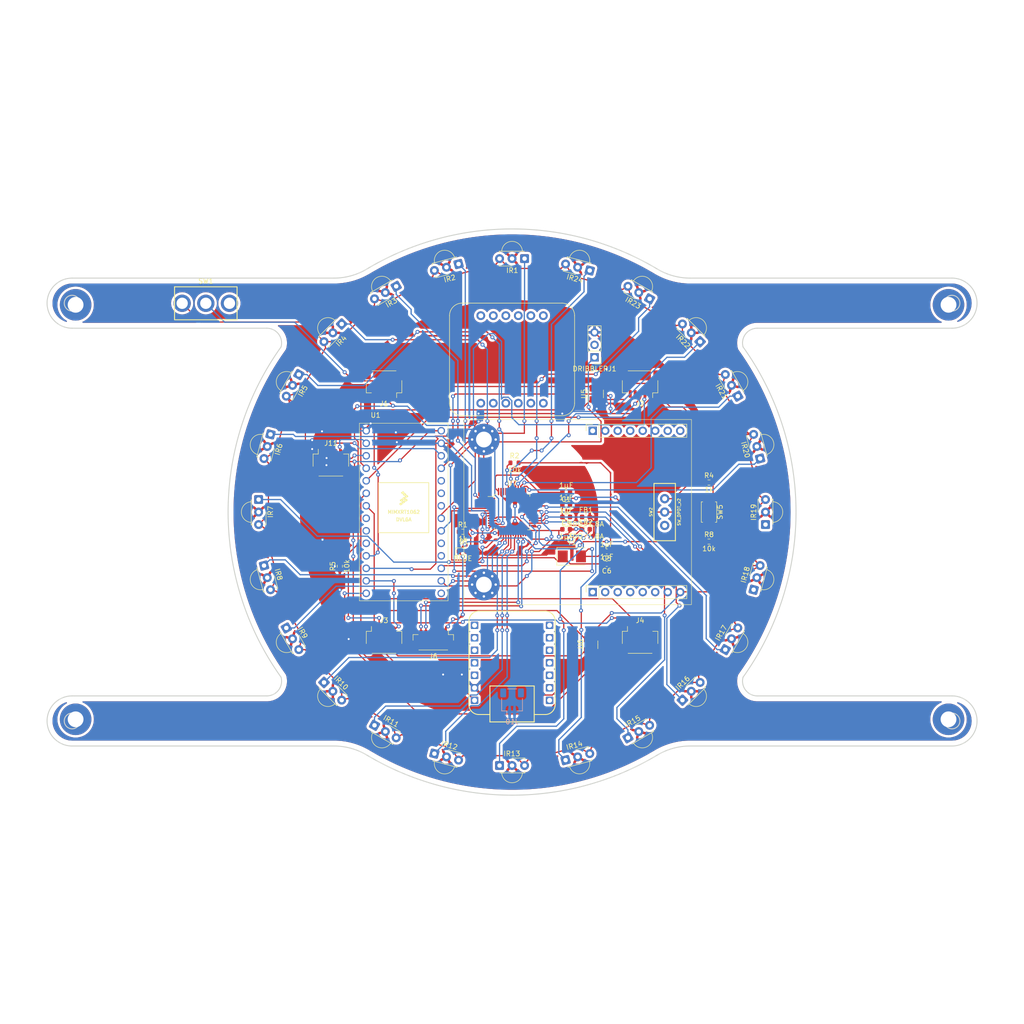
<source format=kicad_pcb>
(kicad_pcb (version 20221018) (generator pcbnew)
  (title_block (title "soccer lightweight layer 3 pcb drawing") (date "2024-01-03") (rev "0.1") (company "ducc. Robotics"))
  (layers (0 "F.Cu" signal) (31 "B.Cu" signal) (34 "B.Paste" user) (35 "F.Paste" user) (36 "B.SilkS" user "B.Silkscreen") (37 "F.SilkS" user "F.Silkscreen") (38 "B.Mask" user) (39 "F.Mask" user) (44 "Edge.Cuts" user))
  (net 0 "")
  (net 1 "/M1INB")
  (net 2 "/M1PWM")
  (net 3 "/M1CS")
  (net 4 "/M1INA")
  (net 5 "/M2INB")
  (net 6 "/M2PWM")
  (net 7 "/M2CS")
  (net 8 "/M2INA")
  (net 9 "/M3INB")
  (net 10 "/M3PWM")
  (net 11 "/M3CS")
  (net 12 "/M3INA")
  (net 13 "/M4INB")
  (net 14 "/M4PWM")
  (net 15 "/M4CS")
  (net 16 "/M4INA")
  (net 17 "+5V")
  (net 18 "/DRIBBLERPWM")
  (net 19 "/IMUSCL")
  (net 20 "/IMUSDA")
  (net 21 "/L1RX")
  (net 22 "/L1TX")
  (net 23 "+3V3")
  (net 26 "/BTRX")
  (net 27 "/BTTX")
  (net 28 "GNDD")
  (net 29 "/EN")
  (net 32 "GND")
  (net 41 "/CAMTX")
  (net 42 "/CAMRX")
  (net 45 "/ir/IR1")
  (net 46 "/ir/RESET")
  (net 47 "/ir/PROG3V3")
  (net 48 "VCCQ")
  (net 49 "GNDA")
  (net 50 "/ir/OSCIN")
  (net 51 "/ir/OSCOUT")
  (net 52 "Net-(D1-A)")
  (net 53 "/ir/SWDCLOCK")
  (net 54 "/ir/SWDIO")
  (net 55 "/ir/DEBUGTX")
  (net 56 "/ir/DEBUGRX")
  (net 57 "Net-(U7-BOOT0)")
  (net 58 "Net-(R4-Pad2)")
  (net 60 "/ir/IR2")
  (net 61 "/ir/IR3")
  (net 62 "/ir/IR4")
  (net 63 "/ir/IR5")
  (net 64 "/ir/IR6")
  (net 65 "/ir/IR7")
  (net 66 "/ir/IR8")
  (net 67 "/ir/IR9")
  (net 68 "/ir/IR10")
  (net 69 "/ir/IR11")
  (net 70 "/ir/IR12")
  (net 71 "/ir/IR16")
  (net 72 "/ir/IR17")
  (net 73 "/ir/IR18")
  (net 74 "/ir/IR19")
  (net 75 "/ir/IR20")
  (net 76 "/ir/IR21")
  (net 77 "/ir/IR22")
  (net 78 "/ir/IR23")
  (net 79 "/ir/IR24")
  (net 82 "/ir/IR13")
  (net 83 "/ir/IR14")
  (net 84 "/ir/IR15")
  (net 85 "/ir/MCU3V3")
  (net 87 "Net-(U7-PA3)")
  (net 91 "IRTX")
  (net 92 "IRRX")
  (footprint "Capacitor_SMD:C_0603_1608Metric" (layer "F.Cu") (at 120 106)
    (fp_text reference "FB1")
    (fp_text value "30Ω/1.8A")
  )
  (footprint "OptoDevice:Vishay_MINICAST-3Pin" (layer "F.Cu") (at 130.7375 60.421342 150)
    (fp_text reference "IR23")
    (fp_text value "TSSP58038")
  )
  (footprint "footprints:openmv" (layer "F.Cu") (at 98.77 105 90)
    (fp_text reference "J5" hide)
    (fp_text value "Conn_01x16_Socket" hide)
  )
  (footprint "Diode_SMD:D_0603_1608Metric" (layer "F.Cu") (at 95 113)
    (fp_text reference "D1")
    (fp_text value "BLUE")
  )
  (footprint "OptoDevice:Vishay_MINICAST-3Pin" (layer "F.Cu") (at 156.475 105 90)
    (fp_text reference "IR19")
    (fp_text value "TSSP58038")
  )
  (footprint "MountingHole:MountingHole_3.2mm_M3_Pad" (layer "F.Cu") (at 193.64342 62.909009)
    (fp_text reference "H2")
    (fp_text value "MountingHole")
  )
  (footprint "Resistor_SMD:R_0603_1608Metric" (layer "F.Cu") (at 70.02 116 90)
    (fp_text reference "R5")
    (fp_text value "10k")
  )
  (footprint "OptoDevice:Vishay_MINICAST-3Pin" (layer "F.Cu") (at 55.278968 118.32271 -75)
    (fp_text reference "IR8")
    (fp_text value "TSSP58038")
  )
  (footprint "Button_Switch_SMD:SW_Push_SPST_NO_Alps_SKRK" (layer "F.Cu") (at 145 105 -90)
    (fp_text reference "SW5")
    (fp_text value "SW_Push")
  )
  (footprint "Switches:SWITCH_SPDT_PTH_11.6X4.0MM_LOCK" (layer "F.Cu") (at 136 105)
    (fp_text reference "SW2")
    (fp_text value "SW_DPDT_x2")
  )
  (footprint "MountingHole:MountingHole_3.2mm_M3_Pad" (layer "F.Cu") (at 16.35658 147.090991)
    (fp_text reference "H3")
    (fp_text value "MountingHole")
  )
  (footprint "Capacitor_SMD:C_0603_1608Metric" (layer "F.Cu") (at 124.225 115.52 180)
    (fp_text reference "C6")
    (fp_text value "1pF")
  )
  (footprint "OptoDevice:Vishay_MINICAST-3Pin" (layer "F.Cu") (at 149.578658 79.2625 120)
    (fp_text reference "IR21")
    (fp_text value "TSSP58038")
  )
  (footprint "Capacitor_SMD:C_0603_1608Metric" (layer "F.Cu") (at 120 108.51)
    (fp_text reference "FB2")
    (fp_text value "30Ω/1.8A")
  )
  (footprint "Resistor_SMD:R_0603_1608Metric" (layer "F.Cu") (at 105.5 95)
    (fp_text reference "R2")
    (fp_text value "10k")
  )
  (footprint "OptoDevice:Vishay_MINICAST-3Pin" (layer "F.Cu") (at 154.721032 118.32271 75)
    (fp_text reference "IR18")
    (fp_text value "TSSP58038")
  )
  (footprint "Capacitor_SMD:C_0603_1608Metric" (layer "F.Cu") (at 116 101 180)
    (fp_text reference "C1")
    (fp_text value "1μF")
  )
  (footprint "OptoDevice:Vishay_MINICAST-3Pin" (layer "F.Cu") (at 60.421342 79.2625 -120)
    (fp_text reference "IR5")
    (fp_text value "TSSP58038")
  )
  (footprint "OptoDevice:Vishay_MINICAST-3Pin" (layer "F.Cu") (at 118.32271 55.278968 165)
    (fp_text reference "IR24")
    (fp_text value "TSSP58038")
  )
  (footprint "Connector_JST:JST_SH_SM05B-SRSS-TB_1x05-1MP_P1.00mm_Horizontal" (layer "F.Cu") (at 79 131)
    (fp_text reference "J3")
    (fp_text value "SH1.0 5P")
  )
  (footprint "Resistor_SMD:R_0603_1608Metric" (layer "F.Cu") (at 145 111)
    (fp_text reference "R8")
    (fp_text value "10k")
  )
  (footprint "Resistor_SMD:R_0603_1608Metric" (layer "F.Cu") (at 95 109)
    (fp_text reference "R1")
    (fp_text value "1k")
  )
  (footprint "footprints:bno085" (layer "F.Cu") (at 105 74)
    (fp_text reference "U4" hide)
    (fp_text value "BNO085")
  )
  (footprint "libraries:xiao-esp32c3" (layer "F.Cu") (at 105 135.62 180)
    (fp_text reference "U2" hide)
    (fp_text value "MOUDLE-SEEEDUINO-XIAO-ESP32C3" hide)
  )
  (footprint "MountingHole:MountingHole_3.2mm_M3_Pad" (layer "F.Cu") (at 193.64342 147.090991)
    (fp_text reference "H4")
    (fp_text value "MountingHole")
  )
  (footprint "Capacitor_SMD:C_0603_1608Metric" (layer "F.Cu") (at 124.225 113 180)
    (fp_text reference "C5")
    (fp_text value "1pF")
  )
  (footprint "Crystal:Crystal_SMD_5032-2Pin_5.0x3.2mm" (layer "F.Cu") (at 117.15 114)
    (fp_text reference "Y1")
    (fp_text value "Crystal")
  )
  (footprint "OptoDevice:Vishay_MINICAST-3Pin" (layer "F.Cu") (at 53.525 105 -90)
    (fp_text reference "IR7")
    (fp_text value "TSSP58038")
  )
  (footprint "OptoDevice:Vishay_MINICAST-3Pin" (layer "F.Cu") (at 141.398322 141.398322 45)
    (fp_text reference "IR16")
    (fp_text value "TSSP58038")
  )
  (footprint "Capacitor_SMD:C_0603_1608Metric" (layer "F.Cu") (at 115.99 108.51)
    (fp_text reference "C4")
    (fp_text value "1μF")
  )
  (footprint "Capacitor_SMD:C_0603_1608Metric" (layer "F.Cu") (at 115.99 106 180)
    (fp_text reference "C3")
    (fp_text value "1μF")
  )
  (footprint "Connector_JST:JST_SH_SM05B-SRSS-TB_1x05-1MP_P1.00mm_Horizontal" (layer "F.Cu") (at 131 79 180)
    (fp_text reference "J2")
    (fp_text value "SH1.0 5P")
  )
  (footprint "Package_TO_SOT_SMD:SOT-23-6" (layer "F.Cu") (at 122 81 90)
    (fp_text reference "U5")
    (fp_text value "74LVC2G04")
  )
  (footprint "Capacitor_SMD:C_0603_1608Metric" (layer "F.Cu") (at 115.99 103.49 180)
    (fp_text reference "C2")
    (fp_text value "1μF")
  )
  (footprint "MountingHole:MountingHole_3.2mm_M3_Pad" (layer "F.Cu") (at 16.35658 62.909009)
    (fp_text reference "H1")
    (fp_text value "MountingHole")
  )
  (footprint "OptoDevice:Vishay_MINICAST-3Pin" (layer "F.Cu") (at 105 53.525 180)
    (fp_text reference "IR1")
    (fp_text value "TSSP58038")
  )
  (footprint "OptoDevice:Vishay_MINICAST-3Pin" (layer "F.Cu") (at 130.7375 149.578658 30)
    (fp_text reference "IR15")
    (fp_text value "TSSP58038")
  )
  (footprint "OptoDevice:Vishay_MINICAST-3Pin" (layer "F.Cu") (at 79.2625 149.578658 -30)
    (fp_text reference "IR11")
    (fp_text value "TSSP58038")
  )
  (footprint "OptoDevice:Vishay_MINICAST-3Pin" (layer "F.Cu") (at 149.578658 130.7375 60)
    (fp_text reference "IR17")
    (fp_text value "TSSP58038")
  )
  (footprint "OptoDevice:Vishay_MINICAST-3Pin" (layer "F.Cu") (at 91.67729 55.278968 -165)
    (fp_text reference "IR2")
    (fp_text value "TSSP58038")
  )
  (footprint "OptoDevice:Vishay_MINICAST-3Pin" (layer "F.Cu") (at 118.32271 154.721032 15)
    (fp_text reference "IR14")
    (fp_text value "TSSP58038")
  )
  (footprint "OptoDevice:Vishay_MINICAST-3Pin" (layer "F.Cu") (at 60.421342 130.7375 -60)
    (fp_text reference "IR9")
    (fp_text value "TSSP58038")
  )
  (footprint "OptoDevice:Vishay_MINICAST-3Pin" (layer "F.Cu") (at 68.601678 68.601678 -135)
    (fp_text reference "IR4")
    (fp_text value "TSSP58038")
  )
  (footprint "Resistor_SMD:R_0603_1608Metric" (layer "F.Cu") (at 145 99)
    (fp_text reference "R4")
    (fp_text value "1k")
  )
  (footprint "OptoDevice:Vishay_MINICAST-3Pin" (layer "F.Cu") (at 141.398322 68.601678 135)
    (fp_text reference "IR22")
    (fp_text value "TSSP58038")
  )
  (footprint "Connector_JST:JST_SH_SM05B-SRSS-TB_1x05-1MP_P1.00mm_Horizontal" (layer "F.Cu") (at 79 79 180)
    (fp_text reference "J1")
    (fp_text value "SH1.0 5P")
  )
  (footprint "Connector_PinHeader_2.54mm:PinHeader_1x03_P2.54mm_Vertical" (layer "F.Cu") (at 121.75 73.58 180)
    (fp_text reference "DRIBBLERJ1")
    (fp_text value "Conn_01x03_Male")
  )
  (footprint "OptoDevice:Vishay_MINICAST-3Pin" (layer "F.Cu") (at 91.67729 154.721032 -15)
    (fp_text reference "IR12")
    (fp_text value "TSSP58038")
  )
  (footprint "Switches:SWITCH_SPDT_PTH_12.7X6.7MM" (layer "F.Cu") (at 42.8 62.6)
    (fp_text reference "SW1")
    (fp_text value "SW_SPDT")
  )
  (footprint "Package_QFP:LQFP-48_7x7mm_P0.5mm" (layer "F.Cu") (at 105 105)
    (fp_text reference "U7")
    (fp_text value "STM32F103C8T6")
  )
  (footprint "OptoDevice:Vishay_MINICAST-3Pin" (layer "F.Cu") (at 79.2625 60.421342 -150)
    (fp_text reference "IR3")
    (fp_text value "TSSP58038")
  )
  (footprint "Connector_JST:JST_SH_SM05B-SRSS-TB_1x05-1MP_P1.00mm_Horizontal" (layer "F.Cu") (at 68.2 95)
    (fp_text reference "J11")
    (fp_text value "SH1.0 5P")
  )
  (footprint "Package_TO_SOT_SMD:SOT-23-6" (layer "F.Cu") (at 120.8625 131.95 90)
    (fp_text reference "U6")
    (fp_text value "74LVC2G04")
  )
  (footprint "OptoDevice:Vishay_MINICAST-3Pin" (layer "F.Cu") (at 55.278968 91.67729 -105)
    (fp_text reference "IR6")
    (fp_text value "TSSP58038")
  )
  (footprint "Connector_JST:JST_SH_BM06B-SRSS-TB_1x06-1MP_P1.00mm_Vertical" (layer "F.Cu") (at 89 131 180)
    (fp_text reference "J6")
    (fp_text value "SH1.0 Female")
  )
  (footprint "OptoDevice:Vishay_MINICAST-3Pin" (layer "F.Cu") (at 105 156.475)
    (fp_text reference "IR13")
    (fp_text value "TSSP58038")
  )
  (footprint "OptoDevice:Vishay_MINICAST-3Pin" (layer "F.Cu") (at 68.601678 141.398322 -45)
    (fp_text reference "IR10")
    (fp_text value "TSSP58038")
  )
  (footprint "Connector_JST:JST_SH_SM05B-SRSS-TB_1x05-1MP_P1.00mm_Horizontal" (layer "F.Cu") (at 131 131)
    (fp_text reference locked "J4")
    (fp_text value "SH1.0 5P")
  )
  (footprint "OptoDevice:Vishay_MINICAST-3Pin" (layer "F.Cu") (at 154.721032 91.67729 105)
    (fp_text reference "IR20")
    (fp_text value "TSSP58038")
  )
  (footprint "libraries:Teensy 4.0" (layer "F.Cu") (at 83 105)
    (fp_text reference "U1")
    (fp_text value "TEENSY 4.0")
  )
  (footprint "Connector_JST:JST_SH_SM02B-SRSS-TB_1x02-1MP_P1.00mm_Horizontal" (layer "B.Cu") (at 105 143.6)
    (fp_text reference "J10")
    (fp_text value "SH1.0 2P")
  )
  (gr_circle (center 194.3507 147.426832) (end 195.9507 147.426832) (stroke (width 0.2)) (fill none) (layer "Edge.Cuts"))
  (gr_line (start 141.169118 152.514832) (end 194.3507 152.514832) (stroke (width 0.2)) (layer "Edge.Cuts"))
  (gr_line (start 15.6493 152.514832) (end 68.830882 152.514832) (stroke (width 0.2)) (layer "Edge.Cuts"))
  (gr_line (start 194.3507 142.338832) (end 154.810587 142.338832) (stroke (width 0.2)) (layer "Edge.Cuts"))
  (gr_line (start 154.810587 67.661168) (end 194.3507 67.661168) (stroke (width 0.2)) (layer "Edge.Cuts"))
  (gr_line (start 194.3507 57.485168) (end 141.169118 57.485168) (stroke (width 0.2)) (layer "Edge.Cuts"))
  (gr_arc (start 75.500365 55.643931) (mid 105 47.5) (end 134.499635 55.643931) (stroke (width 0.2)) (layer "Edge.Cuts"))
  (gr_arc (start 151.92139 71.468968) (mid 152.420687 68.847822) (end 154.810587 67.661168) (stroke (width 0.2)) (layer "Edge.Cuts"))
  (gr_arc (start 58.07861 138.531032) (mid 57.579313 141.152178) (end 55.189413 142.338832) (stroke (width 0.2)) (layer "Edge.Cuts"))
  (gr_circle (center 15.6493 62.573168) (end 17.2493 62.573168) (stroke (width 0.2)) (fill none) (layer "Edge.Cuts"))
  (gr_circle (center 15.6493 147.426832) (end 17.2493 147.426832) (stroke (width 0.2)) (fill none) (layer "Edge.Cuts"))
  (gr_arc (start 58.07861 138.531032) (mid 47.328977 105) (end 58.07861 71.468968) (stroke (width 0.2)) (layer "Edge.Cuts"))
  (gr_arc (start 151.92139 71.468968) (mid 162.671023 105) (end 151.92139 138.531032) (stroke (width 0.2)) (layer "Edge.Cuts"))
  (gr_arc (start 15.6493 67.661168) (mid 10.561302 62.57317) (end 15.6493 57.485168) (stroke (width 0.2)) (layer "Edge.Cuts"))
  (gr_line (start 15.6493 67.661168) (end 55.189413 67.661168) (stroke (width 0.2)) (layer "Edge.Cuts"))
  (gr_line (start 55.189413 142.338832) (end 15.6493 142.338832) (stroke (width 0.2)) (layer "Edge.Cuts"))
  (gr_line (start 68.830882 57.485168) (end 15.6493 57.485168) (stroke (width 0.2)) (layer "Edge.Cuts"))
  (gr_arc (start 134.499635 154.356069) (mid 137.709633 152.983594) (end 141.169118 152.514832) (stroke (width 0.2)) (layer "Edge.Cuts"))
  (gr_arc (start 55.189413 67.661168) (mid 57.579328 68.847802) (end 58.07861 71.468968) (stroke (width 0.2)) (layer "Edge.Cuts"))
  (gr_arc (start 134.499635 154.356069) (mid 105 162.5) (end 75.500365 154.356069) (stroke (width 0.2)) (layer "Edge.Cuts"))
  (gr_arc (start 194.3507 57.485168) (mid 199.438702 62.57317) (end 194.3507 67.661168) (stroke (width 0.2)) (layer "Edge.Cuts"))
  (gr_arc (start 68.830882 152.514832) (mid 72.290369 152.983589) (end 75.500365 154.356069) (stroke (width 0.2)) (layer "Edge.Cuts"))
  (gr_circle (center 194.3507 62.573168) (end 195.9507 62.573168) (stroke (width 0.2)) (fill none) (layer "Edge.Cuts"))
  (gr_arc (start 154.810587 142.338832) (mid 152.420665 141.152195) (end 151.92139 138.531032) (stroke (width 0.2)) (layer "Edge.Cuts"))
  (gr_arc (start 15.6493 152.514832) (mid 10.561298 147.42683) (end 15.6493 142.338832) (stroke (width 0.2)) (layer "Edge.Cuts"))
  (gr_arc (start 194.3507 142.338832) (mid 199.438698 147.42683) (end 194.3507 152.514832) (stroke (width 0.2)) (layer "Edge.Cuts"))
  (gr_arc (start 141.169118 57.485168) (mid 137.709631 57.016411) (end 134.499635 55.643931) (stroke (width 0.2)) (layer "Edge.Cuts"))
  (gr_arc (start 75.500365 55.643931) (mid 72.290367 57.016406) (end 68.830882 57.485168) (stroke (width 0.2)) (layer "Edge.Cuts"))
  (segment (start 120.6875 79.5) (end 121.05 79.8625) (width 0.25) (layer "F.Cu") (net 1))
  (segment (start 81 81) (end 83.5 81) (width 0.25) (layer "F.Cu") (net 1))
  (segment (start 83.5 81) (end 85 79.5) (width 0.25) (layer "F.Cu") (net 1))
  (segment (start 85 79.5) (end 120.6875 79.5) (width 0.25) (layer "F.Cu") (net 1))
  (segment (start 74.29 82.263248) (end 76.653248 79.9) (width 0.25) (layer "F.Cu") (net 2))
  (segment (start 74.29 95.02) (end 74.29 82.263248) (width 0.25) (layer "F.Cu") (net 2))
  (segment (start 75.38 96.11) (end 74.29 95.02) (width 0.25) (layer "F.Cu") (net 2))
  (segment (start 79 80.225) (end 79 81) (width 0.25) (layer "F.Cu") (net 2))
  (segment (start 76.653248 79.9) (end 78.675 79.9) (width 0.25) (layer "F.Cu") (net 2))
  (segment (start 78.675 79.9) (end 79 80.225) (width 0.25) (layer "F.Cu") (net 2))
  (segment (start 121.05 82.1375) (end 118.9375 84.25) (width 0.25) (layer "F.Cu") (net 4))
  (segment (start 77.8 97.4) (end 77.8 113.1245) (width 0.25) (layer "F.Cu") (net 4))
  (segment (start 118.9375 84.25) (end 77 84.25) (width 0.25) (layer "F.Cu") (net 4))
  (segment (start 77 96) (end 77 84.25) (width 0.25) (layer "F.Cu") (net 4))
  (segment (start 77 84.25) (end 77 81) (width 0.25) (layer "F.Cu") (net 4))
  (segment (start 77.8 113.1245) (end 77.7245 113.2) (width 0.25) (layer "F.Cu") (net 4))
  (via (at 77.8 97.4) (size 0.8) (drill 0.4) (layers "F.Cu" "B.Cu") (net 4))
  (via (at 77 96) (size 0.8) (drill 0.4) (layers "F.Cu" "B.Cu") (net 4))
  (via (at 77.7245 113.2) (size 0.8) (drill 0.4) (layers "F.Cu" "B.Cu") (net 4))
  (segment (start 77.0345 113.89) (end 75.38 113.89) (width 0.25) (layer "B.Cu") (net 4))
  (segment (start 77.8 97.4) (end 77.8 96.8) (width 0.25) (layer "B.Cu") (net 4))
  (segment (start 77.7245 113.2) (end 77.0345 113.89) (width 0.25) (layer "B.Cu") (net 4))
  (segment (start 77.8 96.8) (end 77 96) (width 0.25) (layer "B.Cu") (net 4))
  (segment (start 133 81) (end 133 82) (width 0.25) (layer "F.Cu") (net 5))
  (segment (start 124.5005 81.413) (end 122.95 79.8625) (width 0.25) (layer "F.Cu") (net 5))
  (segment (start 133 82) (end 130 85) (width 0.25) (layer "F.Cu") (net 5))
  (segment (start 130 85) (end 125 85) (width 0.25) (layer "F.Cu") (net 5))
  (segment (start 125 81.413) (end 124.5005 81.413) (width 0.25) (layer "F.Cu") (net 5))
  (segment (start 125 85) (end 125 84) (width 0.25) (layer "F.Cu") (net 5))
  (via (at 125 84) (size 0.8) (drill 0.4) (layers "F.Cu" "B.Cu") (net 5))
  (via (at 125 81.413) (size 0.8) (drill 0.4) (layers "F.Cu" "B.Cu") (net 5))
  (segment (start 125 84) (end 125 81.413) (width 0.25) (layer "B.Cu") (net 5))
  (segment (start 131 82) (end 131 81) (width 0.25) (layer "F.Cu") (net 6))
  (segment (start 75.38 98.65) (end 88.28 85.75) (width 0.25) (layer "F.Cu") (net 6))
  (segment (start 88.28 85.75) (end 118.5 85.75) (width 0.25) (layer "F.Cu") (net 6))
  (segment (start 130 83) (end 131 82) (width 0.25) (layer "F.Cu") (net 6))
  (via (at 130 83) (size 0.8) (drill 0.4) (layers "F.Cu" "B.Cu") (net 6))
  (via (at 118.5 85.75) (size 0.8) (drill 0.4) (layers "F.Cu" "B.Cu") (net 6))
  (segment (start 127.25 85.75) (end 130 83) (width 0.25) (layer "B.Cu") (net 6))
  (segment (start 118.5 85.75) (end 127.25 85.75) (width 0.25) (layer "B.Cu") (net 6))
  (segment (start 89.42 89.58) (end 92.92 89.58) (width 0.25) (layer "F.Cu") (net 8))
  (segment (start 122.95 81.475) (end 122.95 82.1375) (width 0.25) (layer "F.Cu") (net 8))
  (segment (start 129 81) (end 127.8625 82.1375) (width 0.25) (layer "F.Cu") (net 8))
  (segment (start 92.92 89.58) (end 93 89.5) (width 0.25) (layer "F.Cu") (net 8))
  (segment (start 93 81.5) (end 93.475 81.025) (width 0.25) (layer "F.Cu") (net 8))
  (segment (start 84.6 116.6) (end 88.4 116.6) (width 0.25) (layer "F.Cu") (net 8))
  (segment (start 89.974253 90.134253) (end 89.42 89.58) (width 0.25) (layer "F.Cu") (net 8))
  (segment (start 122.5 81.025) (end 122.95 81.475) (width 0.25) (layer "F.Cu") (net 8))
  (segment (start 88.4 116.6) (end 89.53 115.47) (width 0.25) (layer "F.Cu") (net 8))
  (segment (start 89.53 115.47) (end 89.53 90.578506) (width 0.25) (layer "F.Cu") (net 8))
  (segment (start 127.8625 82.1375) (end 122.95 82.1375) (width 0.25) (layer "F.Cu") (net 8))
  (segment (start 89.53 90.578506) (end 89.974253 90.134253) (width 0.25) (layer "F.Cu") (net 8))
  (segment (start 93.475 81.025) (end 122.5 81.025) (width 0.25) (layer "F.Cu") (net 8))
  (segment (start 93 89.5) (end 93 86.5) (width 0.25) (layer "F.Cu") (net 8))
  (via (at 93 81.5) (size 0.8) (drill 0.4) (layers "F.Cu" "B.Cu") (net 8))
  (via (at 84.6 116.6) (size 0.8) (drill 0.4) (layers "F.Cu" "B.Cu") (net 8))
  (via (at 93 86.5) (size 0.8) (drill 0.4) (layers "F.Cu" "B.Cu") (net 8))
  (segment (start 84.6 116.6) (end 84.43 116.43) (width 0.25) (layer "B.Cu") (net 8))
  (segment (start 84.43 116.43) (end 75.38 116.43) (width 0.25) (layer "B.Cu") (net 8))
  (segment (start 93 86.5) (end 93 81.5) (width 0.25) (layer "B.Cu") (net 8))
  (segment (start 77 129) (end 77 125) (width 0.25) (layer "F.Cu") (net 9))
  (segment (start 77 125) (end 114.1 125) (width 0.25) (layer "F.Cu") (net 9))
  (segment (start 114.1 125) (end 119.9125 130.8125) (width 0.25) (layer "F.Cu") (net 9))
  (segment (start 74.29 128.08) (end 74.29 102.28) (width 0.25) (layer "F.Cu") (net 10))
  (segment (start 79 129.775) (end 78.675 130.1) (width 0.25) (layer "F.Cu") (net 10))
  (segment (start 79 129) (end 79 129.775) (width 0.25) (layer "F.Cu") (net 10))
  (segment (start 78.675 130.1) (end 76.31 130.1) (width 0.25) (layer "F.Cu") (net 10))
  (segment (start 76.31 130.1) (end 74.29 128.08) (width 0.25) (layer "F.Cu") (net 10))
  (segment (start 74.29 102.28) (end 75.38 101.19) (width 0.25) (layer "F.Cu") (net 10))
  (segment (start 81 129) (end 81 133.388174) (width 0.25) (layer "F.Cu") (net 12))
  (segment (start 81 133.388174) (end 81.805913 134.194087) (width 0.25) (layer "F.Cu") (net 12))
  (segment (start 81 119) (end 81 121.5) (width 0.25) (layer "F.Cu") (net 12))
  (segment (start 81.805913 134.194087) (end 118.805913 134.194087) (width 0.25) (layer "F.Cu") (net 12))
  (segment (start 82 128.2245) (end 81.7755 128.2245) (width 0.25) (layer "F.Cu") (net 12))
  (segment (start 118.805913 134.194087) (end 119.9125 133.0875) (width 0.25) (layer "F.Cu") (net 12))
  (segment (start 81.7755 128.2245) (end 81 129) (width 0.25) (layer "F.Cu") (net 12))
  (via (at 82 128.2245) (size 0.8) (drill 0.4) (layers "F.Cu" "B.Cu") (net 12))
  (via (at 81 119) (size 0.8) (drill 0.4) (layers "F.Cu" "B.Cu") (net 12))
  (via (at 81 121.5) (size 0.8) (drill 0.4) (layers "F.Cu" "B.Cu") (net 12))
  (segment (start 81 127.2245) (end 82 128.2245) (width 0.25) (layer "B.Cu") (net 12))
  (segment (start 80.97 118.97) (end 81 119) (width 0.25) (layer "B.Cu") (net 12))
  (segment (start 81 121.5) (end 81 127.2245) (width 0.25) (layer "B.Cu") (net 12))
  (segment (start 75.38 118.97) (end 80.97 118.97) (width 0.25) (layer "B.Cu") (net 12))
  (segment (start 123.625 129) (end 129 129) (width 0.25) (layer "F.Cu") (net 13))
  (segment (start 121.8125 130.8125) (end 123.625 129) (width 0.25) (layer "F.Cu") (net 13))
  (segment (start 77 122.5) (end 77 105.35) (width 0.25) (layer "F.Cu") (net 14))
  (segment (start 77.1 122.6) (end 77 122.5) (width 0.25) (layer "F.Cu") (net 14))
  (segment (start 131 129) (end 131 128.225) (width 0.25) (layer "F.Cu") (net 14))
  (segment (start 125.375 122.6) (end 77.1 122.6) (width 0.25) (layer "F.Cu") (net 14))
  (segment (start 131 128.225) (end 125.375 122.6) (width 0.25) (layer "F.Cu") (net 14))
  (segment (start 77 105.35) (end 75.38 103.73) (width 0.25) (layer "F.Cu") (net 14))
  (segment (start 121.8125 133.0875) (end 122.825 134.1) (width 0.25) (layer "F.Cu") (net 16))
  (segment (start 111.735908 146) (end 86 146) (width 0.25) (layer "F.Cu") (net 16))
  (segment (start 121.8125 135.923408) (end 111.735908 146) (width 0.25) (layer "F.Cu") (net 16))
  (segment (start 71 131) (end 71 121.5) (width 0.25) (layer "F.Cu") (net 16))
  (segment (start 128.89 134.1) (end 133 129.99) (width 0.25) (layer "F.Cu") (net 16))
  (segment (start 133 129.99) (end 133 129) (width 0.25) (layer "F.Cu") (net 16))
  (segment (start 86 146) (end 71 131) (width 0.25) (layer "F.Cu") (net 16))
  (segment (start 121.8125 133.0875) (end 121.8125 135.923408) (width 0.25) (layer "F.Cu") (net 16))
  (segment (start 122.825 134.1) (end 128.89 134.1) (width 0.25) (layer "F.Cu") (net 16))
  (via (at 71 121.5) (size 0.8) (drill 0.4) (layers "F.Cu" "B.Cu") (net 16))
  (segment (start 71.01 121.51) (end 75.38 121.51) (width 0.25) (layer "B.Cu") (net 16))
  (segment (start 71 121.5) (end 71.01 121.51) (width 0.25) (layer "B.Cu") (net 16))
  (segment (start 72.75 114) (end 72.75 127.176396) (width 0.25) (layer "F.Cu") (net 17))
  (segment (start 66.2 93.975) (end 66.2 93) (width 0.25) (layer "F.Cu") (net 17))
  (segment (start 73 100.25) (end 73 94.75) (width 0.25) (layer "F.Cu") (net 17))
  (segment (start 72.75 127.176396) (end 81.218604 135.645) (width 0.25) (layer "F.Cu") (net 17))
  (segment (start 72.75 110.75) (end 72.75 100.5) (width 0.25) (layer "F.Cu") (net 17))
  (segment (start 81.218604 135.645) (end 89.785 135.645) (width 0.25) (layer "F.Cu") (net 17))
  (segment (start 66.975 94.75) (end 66.2 93.975) (width 0.25) (layer "F.Cu") (net 17))
  (segment (start 82.25 94.5) (end 88.26 88.49) (width 0.25) (layer "F.Cu") (net 17))
  (segment (start 89.785 135.645) (end 97.38 143.24) (width 0.25) (layer "F.Cu") (net 17))
  (segment (start 88.26 88.49) (end 90.62 88.49) (width 0.25) (layer "F.Cu") (net 17))
  (segment (start 72.75 100.5) (end 73 100.25) (width 0.25) (layer "F.Cu") (net 17))
  (segment (start 66.975 94.75) (end 73 94.75) (width 0.25) (layer "F.Cu") (net 17))
  (via (at 82.25 94.5) (size 0.8) (drill 0.4) (layers "F.Cu" "B.Cu") (net 17))
  (via (at 72.75 110.75) (size 0.8) (drill 0.4) (layers "F.Cu" "B.Cu") (net 17))
  (via (at 73 94.75) (size 0.8) (drill 0.4) (layers "F.Cu" "B.Cu") (net 17))
  (via (at 72.75 114) (size 0.8) (drill 0.4) (layers "F.Cu" "B.Cu") (net 17))
  (segment (start 73 94.75) (end 82 94.75) (width 0.25) (layer "B.Cu") (net 17))
  (segment (start 82 94.75) (end 82.25 94.5) (width 0.25) (layer "B.Cu") (net 17))
  (segment (start 72.75 114) (end 72.75 110.75) (width 0.25) (layer "B.Cu") (net 17))
  (segment (start 95.98 90.75) (end 90.62 96.11) (width 0.25) (layer "F.Cu") (net 18))
  (segment (start 123.07 90.68) (end 123 90.75) (width 0.25) (layer "F.Cu") (net 18))
  (segment (start 120.55605 84.05605) (end 123.07 86.57) (width 0.25) (layer "F.Cu") (net 18))
  (segment (start 120.55605 83.65605) (end 120.55605 84.05605) (width 0.25) (layer "F.Cu") (net 18))
  (segment (start 123 90.75) (end 95.98 90.75) (width 0.25) (layer "F.Cu") (net 18))
  (segment (start 123.07 86.57) (end 123.07 90.68) (width 0.25) (layer "F.Cu") (net 18))
  (via (at 120.55605 83.65605) (size 0.8) (drill 0.4) (layers "F.Cu" "B.Cu") (net 18))
  (segment (start 120.55605 83.65605) (end 120.5 83.6) (width 0.25) (layer "B.Cu") (net 18))
  (segment (start 120.5 74.83) (end 121.75 73.58) (width 0.25) (layer "B.Cu") (net 18))
  (segment (start 120.5 83.6) (end 120.5 74.83) (width 0.25) (layer "B.Cu") (net 18))
  (segment (start 90.62 106.27) (end 90.62 105.505) (width 0.25) (layer "F.Cu") (net 19))
  (segment (start 90.62 105.505) (end 97.525 98.6) (width 0.25) (layer "F.Cu") (net 19))
  (segment (start 97.525 92.449695) (end 97.974695 92) (width 0.25) (layer "F.Cu") (net 19))
  (segment (start 97.525 98.6) (end 97.525 92.449695) (width 0.25) (layer "F.Cu") (net 19))
  (segment (start 92.5 95.5) (end 96.725 91.275) (width 0.25) (layer "F.Cu") (net 20))
  (via (at 92.5 95.5) (size 0.8) (drill 0.4) (layers "F.Cu" "B.Cu") (net 20))
  (segment (start 92.5 106.93) (end 92.5 95.5) (width 0.25) (layer "B.Cu") (net 20))
  (segment (start 90.62 108.81) (end 92.5 106.93) (width 0.25) (layer "B.Cu") (net 20))
  (segment (start 73 93.5) (end 72.4 94.1) (width 0.25) (layer "F.Cu") (net 21))
  (segment (start 72.4 94.1) (end 69.6 94.1) (width 0.25) (layer "F.Cu") (net 21))
  (segment (start 69.6 94.1) (end 69.2 93.7) (width 0.25) (layer "F.Cu") (net 21))
  (segment (start 69.2 93.7) (end 69.2 93) (width 0.25) (layer "F.Cu") (net 21))
  (via (at 73 93.5) (size 0.8) (drill 0.4) (layers "F.Cu" "B.Cu") (net 21))
  (segment (start 75.31 93.5) (end 75.38 93.57) (width 0.25) (layer "B.Cu") (net 21))
  (segment (start 73 93.5) (end 75.31 93.5) (width 0.25) (layer "B.Cu") (net 21))
  (segment (start 70 91.75) (end 70 92.8) (width 0.25) (layer "F.Cu") (net 22))
  (segment (start 70 92.8) (end 70.2 93) (width 0.25) (layer "F.Cu") (net 22))
  (via (at 70 91.75) (size 0.8) (drill 0.4) (layers "F.Cu" "B.Cu") (net 22))
  (segment (start 70 90.5) (end 70.225 90.275) (width 0.25) (layer "B.Cu") (net 22))
  (segment (start 74.625 90.275) (end 75.38 91.03) (width 0.25) (layer "B.Cu") (net 22))
  (segment (start 70 91.75) (end 70 90.5) (width 0.25) (layer "B.Cu") (net 22))
  (segment (start 70.225 90.275) (end 74.625 90.275) (width 0.25) (layer "B.Cu") (net 22))
  (segment (start 150.212261 127.435524) (end 152.933145 117.281045) (width 0.25) (layer "F.Cu") (net 23))
  (segment (start 139.60227 69.629201) (end 139.60227 66.805627) (width 0.25) (layer "F.Cu") (net 23))
  (segment (start 59.151342 81.462205) (end 59.787738 82.564475) (width 0.25) (layer "F.Cu") (net 23))
  (segment (start 152.834208 88.894415) (end 147.577863 79.790158) (width 0.25) (layer "F.Cu") (net 23))
  (segment (start 62.422137 130.209842) (end 61.691342 132.937205) (width 0.25) (layer "F.Cu") (net 23))
  (segment (start 139.6 121.2) (end 148.3 121.2) (width 0.25) (layer "F.Cu") (net 23))
  (segment (start 137.840967 102.2822) (end 149.741114 90.382053) (width 0.25) (layer "F.Cu") (net 23))
  (segment (start 67 91) (end 73 91) (width 0.25) (layer "F.Cu") (net 23))
  (segment (start 147.035865 77.062795) (end 139.602271 69.629201) (width 0.25) (layer "F.Cu") (net 23))
  (segment (start 63.026806 91) (end 63.026806 85.337669) (width 0.25) (layer "F.Cu") (net 23))
  (segment (start 61.878705 80.73141) (end 59.151342 81.462205) (width 0.25) (layer "F.Cu") (net 23))
  (segment (start 54.621568 94.130742) (end 55.521568 95.030742) (width 0.25) (layer "F.Cu") (net 23))
  (segment (start 140.370799 139.60227) (end 143.194373 139.60227) (width 0.25) (layer "F.Cu") (net 23))
  (segment (start 153.630742 115.869258) (end 155.378432 115.869258) (width 0.25) (layer "F.Cu") (net 23))
  (segment (start 154.063631 89.223838) (end 152.834208 88.894415) (width 0.25) (layer "F.Cu") (net 23))
  (segment (start 154.478432 104.456568) (end 156.475 102.46) (width 0.25) (layer "F.Cu") (net 23))
  (segment (start 41.8 66.4) (end 38 62.6) (width 0.25) (layer "F.Cu") (net 23))
  (segment (start 138.372847 67.13505) (end 129.26859 61.878705) (width 0.25) (layer "F.Cu") (net 23))
  (segment (start 82.564476 150.212261) (end 92.718955 152.933145) (width 0.25) (layer "F.Cu") (net 23))
  (segment (start 57.348155 118.330876) (end 55.936368 120.776162) (width 0.25) (layer "F.Cu") (net 23))
  (segment (start 64.563604 91.4) (end 64.613604 91.35) (width 0.25) (layer "F.Cu") (net 23))
  (segment (start 81.462205 150.848658) (end 82.564475 150.212262) (width 0.25) (layer "F.Cu") (net 23))
  (segment (start 55.521568 95.030742) (end 55.521568 105.543432) (width 0.25) (layer "F.Cu") (net 23))
  (segment (start 136 102.2822) (end 137.840967 102.2822) (width 0.25) (layer "F.Cu") (net 23))
  (segment (start 148.308657 77.062795) (end 147.035865 77.062795) (width 0.25) (layer "F.Cu") (net 23))
  (segment (start 63.026806 91) (end 63.426806 91.4) (width 0.25) (layer "F.Cu") (net 23))
  (segment (start 68.2 92.2) (end 68.2 93) (width 0.25) (layer "F.Cu") (net 23))
  (segment (start 57.165792 121.105585) (end 62.422137 130.209842) (width 0.25) (layer "F.Cu") (net 23))
  (segment (start 101.823603 54.627271) (end 91.669124 57.348155) (width 0.25) (layer "F.Cu") (net 23))
  (segment (start 108.176397 155.372729) (end 118.330876 152.651845) (width 0.25) (layer "F.Cu") (net 23))
  (segment (start 115.869258 54.621568) (end 114.969258 55.521568) (width 0.25) (layer "F.Cu") (net 23))
  (segment (start 63.426806 91.4) (end 64.563604 91.4) (width 0.25) (layer "F.Cu") (net 23))
  (segment (start 137.135 83.635) (end 139.635 83.635) (width 0.25) (layer "F.Cu") (net 23))
  (segment (start 107.540001 156.475) (end 108.176397 155.37273) (width 0.25) (layer "F.Cu") (net 23))
  (segment (start 80.73141 148.121295) (end 81.462205 150.848658) (width 0.25) (layer "F.Cu") (net 23))
  (segment (start 92.718954 152.933146) (end 94.130741 155.378432) (width 0.25) (layer "F.Cu") (net 23))
  (segment (start 117.281046 57.066854) (end 115.869259 54.621568) (width 0.25) (layer "F.Cu") (net 23))
  (segment (start 95.030742 154.478432) (end 105.543432 154.478432) (width 0.25) (layer "F.Cu") (net 23))
  (segment (start 149.311583 90.811583) (end 150.899328 89.223838) (width 0.25) (layer "F.Cu") (net 23))
  (segment (start 122 79.2) (end 122.325 78.875) (width 0.25) (layer "F.Cu") (net 23))
  (segment (start 77.062795 61.691343) (end 77.062795 62.964135) (width 0.25) (layer "F.Cu") (net 23))
  (segment (start 62.807898 66.4) (end 41.8 66.4) (width 0.25) (layer "F.Cu") (net 23))
  (segment (start 155.372729 101.823603) (end 152.651845 91.669124) (width 0.25) (layer "F.Cu") (net 23))
  (segment (start 70.39773 140.370799) (end 70.39773 143.194373) (width 0.25) (layer "F.Cu") (net 23))
  (segment (start 105.543432 154.478432) (end 107.54 156.475) (width 0.25) (layer "F.Cu") (net 23))
  (segment (start 79.790158 62.422137) (end 77.062795 61.691342) (width 0.25) (layer "F.Cu") (net 23))
  (segment (start 122.325 78.875) (end 132.375 78.875) (width 0.25) (layer "F.Cu") (net 23))
  (segment (start 149.741114 90.382053) (end 149.311583 90.811583) (width 0.25) (layer "F.Cu") (net 23))
  (segment (start 132.937205 148.308657) (end 132.937205 147.035865) (width 0.25) (layer "F.Cu") (net 23))
  (segment (start 55.521568 105.543432) (end 53.525 107.54) (width 0.25) (layer "F.Cu") (net 23))
  (segment (start 149.311583 90.811583) (end 149.107336 91.015831) (width 0.25) (layer "F.Cu") (net 23))
  (segment (start 132.937205 147.035865) (end 140.370799 139.602271) (width 0.25) (layer "F.Cu") (net 23))
  (segment (start 129.26859 61.878705) (end 128.537795 59.151342) (width 0.25) (layer "F.Cu") (net 23))
  (segment (start 150.899328 89.223838) (end 154.063632 89.223838) (width 0.25) (layer "F.Cu") (net 23))
  (segment (start 154.478432 114.969258) (end 154.478432 104.456568) (width 0.25) (layer "F.Cu") (net 23))
  (segment (start 67 91) (end 68.2 92.2) (width 0.25) (layer "F.Cu") (net 23))
  (segment (start 148.3 121.2) (end 153.630742 115.869258) (width 0.25) (layer "F.Cu") (net 23))
  (segment (start 122 79.8625) (end 122 79.2) (width 0.25) (layer "F.Cu") (net 23))
  (segment (start 145.223838 89.223838) (end 154.063632 89.223838) (width 0.25) (layer "F.Cu") (net 23))
  (segment (start 63.026806 85.337669) (end 59.151342 81.462205) (width 0.25) (layer "F.Cu") (net 23))
  (segment (start 69.629201 70.39773) (end 66.805627 70.39773) (width 0.25) (layer "F.Cu") (net 23))
  (segment (start 54.627271 108.176397) (end 57.348155 118.330876) (width 0.25) (layer "F.Cu") (net 23))
  (segment (start 120.8625 130.8125) (end 120.8625 129.8875) (width 0.25) (layer "F.Cu") (net 23))
  (segment (start 152.651845 91.669124) (end 154.063632 89.223838) (width 0.25) (layer "F.Cu") (net 23))
  (segment (start 118.330876 152.651845) (end 120.776162 154.063632) (width 0.25) (layer "F.Cu") (net 23))
  (segment (start 71.627153 142.86495) (end 80.73141 148.121295) (width 0.25) (layer "F.Cu") (net 23))
  (segment (start 150.848658 128.537795) (end 150.212262 127.435525) (width 0.25) (layer "F.Cu") (net 23))
  (segment (start 155.378432 115.869258) (end 154.478432 114.969258) (width 0.25) (layer "F.Cu") (net 23))
  (segment (start 66.65 91.35) (end 67 91) (width 0.25) (layer "F.Cu") (net 23))
  (segment (start 147.577863 79.790158) (end 148.308658 77.062795) (width 0.25) (layer "F.Cu") (net 23))
  (segment (start 94.130742 155.378432) (end 95.030742 154.478432) (width 0.25) (layer "F.Cu") (net 23))
  (segment (start 77.062795 62.964135) (end 69.629201 70.397729) (width 0.25) (layer "F.Cu") (net 23))
  (segment (start 114.969258 55.521568) (end 104.456568 55.521568) (width 0.25) (layer "F.Cu") (net 23))
  (segment (start 66.805627 70.397729) (end 62.807898 66.4) (width 0.25) (layer "F.Cu") (net 23))
  (segment (start 70.39773 143.194373) (end 71.627153 142.86495) (width 0.25) (layer "F.Cu") (net 23))
  (segment (start 139.60227 66.805627) (end 138.372847 67.13505) (width 0.25) (layer "F.Cu") (net 23))
  (segment (start 120.8625 129.8875) (end 125.25 125.5) (width 0.25) (layer "F.Cu") (net 23))
  (segment (start 156.475 102.459999) (end 155.37273 101.823603) (width 0.25) (layer "F.Cu") (net 23))
  (segment (start 148.121295 129.26859) (end 150.848658 128.537795) (width 0.25) (layer "F.Cu") (net 23))
  (segment (start 91.669124 57.348155) (end 89.223838 55.936368) (width 0.25) (layer "F.Cu") (net 23))
  (segment (start 152.933146 117.281046) (end 155.378432 115.869259) (width 0.25) (layer "F.Cu") (net 23))
  (segment (start 127.435524 59.787739) (end 117.281045 57.066855) (width 0.25) (layer "F.Cu") (net 23))
  (segment (start 66.805627 70.39773) (end 67.13505 71.627153) (width 0.25) (layer "F.Cu") (net 23))
  (segment (start 61.691343 132.937205) (end 62.964135 132.937205) (width 0.25) (layer "F.Cu") (net 23))
  (segment (start 57.066854 92.718954) (end 54.621568 94.130741) (width 0.25) (layer "F.Cu") (net 23))
  (segment (start 64.613604 91.35) (end 66.65 91.35) (width 0.25) (layer "F.Cu") (net 23))
  (segment (start 121.105585 152.834208) (end 130.209842 147.577863) (width 0.25) (layer "F.Cu") (net 23))
  (segment (start 55.936369 120.776162) (end 57.165792 121.105585) (width 0.25) (layer "F.Cu") (net 23))
  (segment (start 89.223838 55.936369) (end 88.894415 57.165792) (width 0.25) (layer "F.Cu") (net 23))
  (segment (start 67.13505 71.627153) (end 61.878705 80.73141) (width 0.25) (layer "F.Cu") (net 23))
  (segment (start 132.375 78.875) (end 137.135 83.635) (width 0.25) (layer "F.Cu") (net 23))
  (segment (start 143.194373 139.60227) (end 142.86495 138.372847) (width 0.25) (layer "F.Cu") (net 23))
  (segment (start 142.86495 138.372847) (end 148.121295 129.26859) (width 0.25) (layer "F.Cu") (net 23))
  (segment (start 104.456568 55.521568) (end 102.46 53.525) (width 0.25) (layer "F.Cu") (net 23))
  (segment (start 59.787739 82.564476) (end 57.066855 92.718955) (width 0.25) (layer "F.Cu") (net 23))
  (segment (start 88.894415 57.165792) (end 79.790158 62.422137) (width 0.25) (layer "F.Cu") (net 23))
  (segment (start 120.776162 154.063631) (end 121.105585 152.834208) (width 0.25) (layer "F.Cu") (net 23))
  (segment (start 53.525 107.540001) (end 54.62727 108.176397) (width 0.25) (layer "F.Cu") (net 23))
  (segment (start 63.026806 91.206237) (end 63.026806 91) (width 0.25) (layer "F.Cu") (net 23))
  (segment (start 130.209842 147.577863) (end 132.937205 148.308658) (width 0.25) (layer "F.Cu") (net 23))
  (segment (start 102.459999 53.525) (end 101.823603 54.62727) (width 0.25) (layer "F.Cu") (net 23))
  (segment (start 128.537795 59.151342) (end 127.435525 59.787738) (width 0.25) (layer "F.Cu") (net 23))
  (segment (start 62.964135 132.937205) (end 70.397729 140.370799) (width 0.25) (layer "F.Cu") (net 23))
  (segment (start 139.635 83.635) (end 145.223838 89.223838) (width 0.25) (layer "F.Cu") (net 23))
  (via (at 125.25 125.5) (size 0.8) (drill 0.4) (layers "F.Cu" "B.Cu") (net 23))
  (via (at 73 91) (size 0.8) (drill 0.4) (layers "F.Cu" "B.Cu") (net 23))
  (segment (start 89.17 92.12) (end 90.62 93.57) (width 0.25) (layer "B.Cu") (net 23))
  (segment (start 125.25 125.5) (end 135.305 125.5) (width 0.25) (layer "B.Cu") (net 23))
  (segment (start 74.12 92.12) (end 89.17 92.12) (width 0.25) (layer "B.Cu") (net 23))
  (segment (start 73 91) (end 74.12 92.12) (width 0.25) (layer "B.Cu") (net 23))
  (segment (start 135.305 125.5) (end 139.675 121.13) (width 0.25) (layer "B.Cu") (net 23))
  (segment (start 139.675 121.13) (end 139.67 121.13) (width 0.25) (layer "B.Cu") (net 23))
  (segment (start 139.67 121.13) (end 139.6 121.2) (width 0.25) (layer "B.Cu") (net 23))
  (segment (start 66.5 110.6245) (end 66.5 96.273506) (width 0.25) (layer "F.Cu") (net 28))
  (segment (start 75.38 88.49) (end 75.38 87.8955) (width 0.25) (layer "F.Cu") (net 28))
  (segment (start 81.4 88.8) (end 81.4 90.6) (width 0.25) (layer "F.Cu") (net 28))
  (segment (start 97.4 88.2) (end 97.4 87.4) (width 0.25) (layer "F.Cu") (net 28))
  (segment (start 79.011826 138) (end 91 138) (width 0.25) (layer "F.Cu") (net 28))
  (segment (start 97.38 140.7) (end 98.845 142.165) (width 0.25) (layer "F.Cu") (net 28))
  (segment (start 120.8625 134.5) (end 120.8625 133.0875) (width 0.25) (layer "F.Cu") (net 28))
  (segment (start 70.02 120.78) (end 70.02 116.825) (width 0.25) (layer "F.Cu") (net 28))
  (segment (start 64.8 91.8) (end 64.4 92.2) (width 0.25) (layer "F.Cu") (net 28))
  (segment (start 79.011826 138) (end 71.81545 130.803624) (width 0.25) (layer "F.Cu") (net 28))
  (segment (start 67.2 93) (end 67.2 93.900701) (width 0.25) (layer "F.Cu") (net 28))
  (segment (start 122 82.1375) (end 122 82.8) (width 0.25) (layer "F.Cu") (net 28))
  (segment (start 94.8 138) (end 97.38 140.58) (width 0.25) (layer "F.Cu") (net 28))
  (segment (start 69.825 116.825) (end 69 116) (width 0.25) (layer "F.Cu") (net 28))
  (segment (start 98.2 85) (end 115.2 85) (width 0.25) (layer "F.Cu") (net 28))
  (segment (start 71.81545 130.803624) (end 71.81545 130.790852) (width 0.25) (layer "F.Cu") (net 28))
  (segment (start 75.38 87.8955) (end 76.2755 87) (width 0.25) (layer "F.Cu") (net 28))
  (segment (start 67.2 93) (end 67.2 92.225) (width 0.25) (layer "F.Cu") (net 28))
  (segment (start 124.2 70.95) (end 121.75 68.5) (width 0.25) (layer "F.Cu") (net 28))
  (segment (start 67.2 93.900701) (end 67.324799 94.0255) (width 0.25) (layer "F.Cu") (net 28))
  (segment (start 124.2 76) (end 124.2 70.95) (width 0.25) (layer "F.Cu") (net 28))
  (segment (start 90.62 91.03) (end 92.17 91.03) (width 0.25) (layer "F.Cu") (net 28))
  (segment (start 122.2 83.4) (end 122.4 83.2) (width 0.25) (layer "F.Cu") (net 28))
  (segment (start 97.4 87.4) (end 98.2 86.6) (width 0.25) (layer "F.Cu") (net 28))
  (segment (start 64.8 91.8) (end 66.775 91.8) (width 0.25) (layer "F.Cu") (net 28))
  (segment (start 64.4 90.4) (end 64.6 90.4) (width 0.25) (layer "F.Cu") (net 28))
  (segment (start 81.4 90.6) (end 81.6 90.8) (width 0.25) (layer "F.Cu") (net 28))
  (segment (start 70.02 116.825) (end 69.825 116.825) (width 0.25) (layer "F.Cu") (net 28))
  (segment (start 67.2 92.225) (end 66.775 91.8) (width 0.25) (layer "F.Cu") (net 28))
  (segment (start 122.4 83.2) (end 124 83.2) (width 0.25) (layer "F.Cu") (net 28))
  (segment (start 66.5 96.273506) (end 67.299006 95.4745) (width 0.25) (layer "F.Cu") (net 28))
  (segment (start 124 83.2) (end 124.2 83) (width 0.25) (layer "F.Cu") (net 28))
  (segment (start 92.17 91.03) (end 92.712299 90.487701) (width 0.25) (layer "F.Cu") (net 28))
  (segment (start 64.6 90.4) (end 66.4 88.6) (width 0.25) (layer "F.Cu") (net 28))
  (segment (start 70 120.8) (end 70.02 120.78) (width 0.25) (layer "F.Cu") (net 28))
  (segment (start 97.38 140.58) (end 97.38 140.7) (width 0.25) (layer "F.Cu") (net 28))
  (segment (start 122 82.8) (end 122.4 83.2) (width 0.25) (layer "F.Cu") (net 28))
  (segment (start 122.2 84) (end 122.2 83.4) (width 0.25) (layer "F.Cu") (net 28))
  (segment (start 113.1975 142.165) (end 120.8625 134.5) (width 0.25) (layer "F.Cu") (net 28))
  (segment (start 98.845 142.165) (end 113.1975 142.165) (width 0.25) (layer "F.Cu") (net 28))
  (via (at 92.712299 90.487701) (size 0.8) (drill 0.4) (layers "F.Cu" "B.Cu") (net 28))
  (via (at 98.2 86.6) (size 0.8) (drill 0.4) (layers "F.Cu" "B.Cu") (net 28))
  (via (at 124.2 76) (size 0.8) (drill 0.4) (layers "F.Cu" "B.Cu") (net 28))
  (via (at 115.2 85) (size 0.8) (drill 0.4) (layers "F.Cu" "B.Cu") (net 28))
  (via (at 66.4 88.6) (size 0.8) (drill 0.4) (layers "F.Cu" "B.Cu") (net 28))
  (via (at 71.81545 130.790852) (size 0.8) (drill 0.4) (layers "F.Cu" "B.Cu") (net 28))
  (via (at 81.4 88.8) (size 0.8) (drill 0.4) (layers "F.Cu" "B.Cu") (net 28))
  (via (at 76.2755 87) (size 0.8) (drill 0.4) (layers "F.Cu" "B.Cu") (net 28))
  (via (at 98.2 85) (size 0.8) (drill 0.4) (layers "F.Cu" "B.Cu") (net 28))
  (via (at 124.2 83) (size 0.8) (drill 0.4) (layers "F.Cu" "B.Cu") (net 28))
  (via (at 67.299006 95.4745) (size 0.8) (drill 0.4) (layers "F.Cu" "B.Cu") (net 28))
  (via (at 69 116) (size 0.8) (drill 0.4) (layers "F.Cu" "B.Cu") (net 28))
  (via (at 67.324799 94.0255) (size 0.8) (drill 0.4) (layers "F.Cu" "B.Cu") (net 28))
  (via (at 91 138) (size 0.8) (drill 0.4) (layers "F.Cu" "B.Cu") (net 28))
  (via (at 122.2 84) (size 0.8) (drill 0.4) (layers "F.Cu" "B.Cu") (net 28))
  (via (at 66.5 110.6245) (size 0.8) (drill 0.4) (layers "F.Cu" "B.Cu") (net 28))
  (via (at 64.4 92.2) (size 0.8) (drill 0.4) (layers "F.Cu" "B.Cu") (net 28))
  (via (at 64.4 90.4) (size 0.8) (drill 0.4) (layers "F.Cu" "B.Cu") (net 28))
  (via (at 94.8 138) (size 0.8) (drill 0.4) (layers "F.Cu" "B.Cu") (net 28))
  (via (at 70 120.8) (size 0.8) (drill 0.4) (layers "F.Cu" "B.Cu") (net 28))
  (via (at 81.6 90.8) (size 0.8) (drill 0.4) (layers "F.Cu" "B.Cu") (net 28))
  (segment (start 69 114.096396) (end 69 116) (width 0.25) (layer "B.Cu") (net 28))
  (segment (start 70 128.975402) (end 70 120.8) (width 0.25) (layer "B.Cu") (net 28))
  (segment (start 66.5 110.6245) (end 66.5 111.596396) (width 0.25) (layer "B.Cu") (net 28))
  (segment (start 81.83 91.03) (end 90.62 91.03) (width 0.25) (layer "B.Cu") (net 28))
  (segment (start 124.2 83) (end 124.2 76) (width 0.25) (layer "B.Cu") (net 28))
  (segment (start 71.81545 130.790852) (end 70 128.975402) (width 0.25) (layer "B.Cu") (net 28))
  (segment (start 94.8 138) (end 91 138) (width 0.25) (layer "B.Cu") (net 28))
  (segment (start 92.712299 90.487701) (end 95 88.2) (width 0.25) (layer "B.Cu") (net 28))
  (segment (start 76.2755 87) (end 79.6 87) (width 0.25) (layer "B.Cu") (net 28))
  (segment (start 75.38 88.49) (end 66.51 88.49) (width 0.25) (layer "B.Cu") (net 28))
  (segment (start 115.625 84.575) (end 121.625 84.575) (width 0.25) (layer "B.Cu") (net 28))
  (segment (start 67.324799 95.448707) (end 67.299006 95.4745) (width 0.25) (layer "B.Cu") (net 28))
  (segment (start 66.5 111.596396) (end 69 114.096396) (width 0.25) (layer "B.Cu") (net 28))
  (segment (start 64.4 92.2) (end 64.4 90.4) (width 0.25) (layer "B.Cu") (net 28))
  (segment (start 121.625 84.575) (end 122.2 84) (width 0.25) (layer "B.Cu") (net 28))
  (segment (start 115.2 85) (end 115.625 84.575) (width 0.25) (layer "B.Cu") (net 28))
  (segment (start 98.2 86.6) (end 98.2 85) (width 0.25) (layer "B.Cu") (net 28))
  (segment (start 95 88.2) (end 97.4 88.2) (width 0.25) (layer "B.Cu") (net 28))
  (segment (start 67.324799 94.0255) (end 67.324799 95.448707) (width 0.25) (layer "B.Cu") (net 28))
  (segment (start 81.6 90.8) (end 81.83 91.03) (width 0.25) (layer "B.Cu") (net 28))
  (segment (start 79.6 87) (end 81.4 88.8) (width 0.25) (layer "B.Cu") (net 28))
  (segment (start 66.51 88.49) (end 66.4 88.6) (width 0.25) (layer "B.Cu") (net 28))
  (segment (start 95 127.3245) (end 94.8245 127.5) (width 0.25) (layer "F.Cu") (net 29))
  (segment (start 73 84.0655) (end 73.5655 83.5) (width 0.25) (layer "F.Cu") (net 29))
  (segment (start 80 80.225001) (end 78.124999 78.35) (width 0.25) (layer "F.Cu") (net 29))
  (segment (start 94.8245 127.5) (end 78 127.5) (width 0.25) (layer "F.Cu") (net 29))
  (segment (start 71.75 113.5) (end 71.7225 113.4725) (width 0.25) (layer "F.Cu") (net 29))
  (segment (start 78 129) (end 78 127.5) (width 0.25) (layer "F.Cu") (net 29))
  (segment (start 132 81.975402) (end 131.862701 82.112701) (width 0.25) (layer "F.Cu") (net 29))
  (segment (start 70.02 115.175) (end 71.7225 113.4725) (width 0.25) (layer "F.Cu") (net 29))
  (segment (start 80 82.6) (end 80.8 83.4) (width 0.25) (layer "F.Cu") (net 29))
  (segment (start 128.287299 126.512299) (end 125.262299 126.512299) (width 0.25) (layer "F.Cu") (net 29))
  (segment (start 73.725 111.47) (end 73.725 90.699695) (width 0.25) (layer "F.Cu") (net 29))
  (segment (start 73 89.974695) (end 73 84.0655) (width 0.25) (layer "F.Cu") (net 29))
  (segment (start 80 81) (end 80 82.6) (width 0.25) (layer "F.Cu") (net 29))
  (segment (start 132 81) (end 132 81.975402) (width 0.25) (layer "F.Cu") (net 29))
  (segment (start 130 128.225) (end 128.287299 126.512299) (width 0.25) (layer "F.Cu") (net 29))
  (segment (start 72.75 78.35) (end 71 76.6) (width 0.25) (layer "F.Cu") (net 29))
  (segment (start 78 127.5) (end 78 126.5) (width 0.25) (layer "F.Cu") (net 29))
  (segment (start 71.7225 113.4725) (end 73.725 111.47) (width 0.25) (layer "F.Cu") (net 29))
  (segment (start 73.725 90.699695) (end 73 89.974695) (width 0.25) (layer "F.Cu") (net 29))
  (segment (start 130 129) (end 130 128.225) (width 0.25) (layer "F.Cu") (net 29))
  (segment (start 78.124999 78.35) (end 72.75 78.35) (width 0.25) (layer "F.Cu") (net 29))
  (segment (start 71.75 126.5) (end 71.75 113.5) (width 0.25) (layer "F.Cu") (net 29))
  (segment (start 80 81) (end 80 80.225001) (width 0.25) (layer "F.Cu") (net 29))
  (via (at 71 76.6) (size 0.8) (drill 0.4) (layers "F.Cu" "B.Cu") (net 29))
  (via (at 71.75 126.5) (size 0.8) (drill 0.4) (layers "F.Cu" "B.Cu") (net 29))
  (via (at 73.5655 83.5) (size 0.8) (drill 0.4) (layers "F.Cu" "B.Cu") (net 29))
  (via (at 95 127.3245) (size 0.8) (drill 0.4) (layers "F.Cu" "B.Cu") (net 29))
  (via (at 80.8 83.4) (size 0.8) (drill 0.4) (layers "F.Cu" "B.Cu") (net 29))
  (via (at 78 126.5) (size 0.8) (drill 0.4) (layers "F.Cu" "B.Cu") (net 29))
  (via (at 131.862701 82.112701) (size 0.8) (drill 0.4) (layers "F.Cu" "B.Cu") (net 29))
  (via (at 125.262299 126.512299) (size 0.8) (drill 0.4) (layers "F.Cu" "B.Cu") (net 29))
  (segment (start 113.925 126.925) (end 114.575 127.575) (width 0.25) (layer "B.Cu") (net 29))
  (segment (start 102.854 70.328695) (end 102.854 82.049144) (width 0.25) (layer "B.Cu") (net 29))
  (segment (start 78 126.5) (end 71.75 126.5) (width 0.25) (layer "B.Cu") (net 29))
  (segment (start 81.4 83.5) (end 80.9 83.5) (width 0.25) (layer "B.Cu") (net 29))
  (segment (start 71 76.6) (end 60.836168 66.436168) (width 0.25) (layer "B.Cu") (net 29))
  (segment (start 104.944 85.820856) (end 106.373144 87.25) (width 0.25) (layer "B.Cu") (net 29))
  (segment (start 73.5655 83.5) (end 81.4 83.5) (width 0.25) (layer "B.Cu") (net 29))
  (segment (start 95 127.3245) (end 95.3995 126.925) (width 0.25) (layer "B.Cu") (net 29))
  (segment (start 100.199695 68.775) (end 101.300305 68.775) (width 0.25) (layer "B.Cu") (net 29))
  (segment (start 46.636168 66.436168) (end 42.8 62.6) (width 0.25) (layer "B.Cu") (net 29))
  (segment (start 60.836168 66.436168) (end 46.636168 66.436168) (width 0.25) (layer "B.Cu") (net 29))
  (segment (start 80.9 83.5) (end 80.8 83.4) (width 0.25) (layer "B.Cu") (net 29))
  (segment (start 95.3995 126.925) (end 113.925 126.925) (width 0.25) (layer "B.Cu") (net 29))
  (segment (start 131.75 87.25) (end 131.862701 87.137299) (width 0.25) (layer "B.Cu") (net 29))
  (segment (start 83.75 83.5) (end 87.65 87.4) (width 0.25) (layer "B.Cu") (net 29))
  (segment (start 102.854 82.049144) (end 103.227144 81.676) (width 0.25) (layer "B.Cu") (net 29))
  (segment (start 124.199598 127.575) (end 125.262299 126.512299) (width 0.25) (layer "B.Cu") (net 29))
  (segment (start 103.227144 81.676) (end 104.232856 81.676) (width 0.25) (layer "B.Cu") (net 29))
  (segment (start 106.373144 87.25) (end 131.75 87.25) (width 0.25) (layer "B.Cu") (net 29))
  (segment (start 114.575 127.575) (end 124.199598 127.575) (width 0.25) (layer "B.Cu") (net 29))
  (segment (start 87.65 87.4) (end 97.160897 87.4) (width 0.25) (layer "B.Cu") (net 29))
  (segment (start 97.160897 87.4) (end 97.160897 71.813798) (width 0.25) (layer "B.Cu") (net 29))
  (segment (start 97.160897 71.813798) (end 100.199695 68.775) (width 0.25) (layer "B.Cu") (net 29))
  (segment (start 104.232856 81.676) (end 104.944 82.387144) (width 0.25) (layer "B.Cu") (net 29))
  (segment (start 101.300305 68.775) (end 102.854 70.328695) (width 0.25) (layer "B.Cu") (net 29))
  (segment (start 81.4 83.5) (end 83.75 83.5) (width 0.25) (layer "B.Cu") (net 29))
  (segment (start 104.944 82.387144) (end 104.944 85.820856) (width 0.25) (layer "B.Cu") (net 29))
  (segment (start 131.862701 87.137299) (end 131.862701 82.112701) (width 0.25) (layer "B.Cu") (net 29))
  (segment (start 93 126.7755) (end 94.0245 126.7755) (width 0.25) (layer "F.Cu") (net 32))
  (segment (start 107.25 109.1625) (end 107.25 108.359314) (width 0.25) (layer "F.Cu") (net 32))
  (segment (start 92 128) (end 92 128.2245) (width 0.25) (layer "F.Cu") (net 32))
  (segment (start 91.5 129.675) (end 91.5 128.5) (width 0.25) (layer "F.Cu") (net 32))
  (segment (start 105.690686 106.8) (end 105.6 106.8) (width 0.25) (layer "F.Cu") (net 32))
  (segment (start 107.25 108.359314) (end 105.690686 106.8) (width 0.25) (layer "F.Cu") (net 32))
  (segment (start 94.2125 113.261447) (end 94.2125 113) (width 0.25) (layer "F.Cu") (net 32))
  (segment (start 98.775151 111.023616) (end 98.976189 111.023616) (width 0.25) (layer "F.Cu") (net 32))
  (segment (start 98.976189 111.023616) (end 100.6 109.399805) (width 0.25) (layer "F.Cu") (net 32))
  (segment (start 105.6 102.75) (end 103.859314 102.75) (width 0.25) (layer "F.Cu") (net 32))
  (segment (start 94.0245 126.7755) (end 95 125.8) (width 0.25) (layer "F.Cu") (net 32))
  (segment (start 101.390381 108.334314) (end 101.556372 108.334314) (width 0.25) (layer "F.Cu") (net 32))
  (segment (start 91.5 128.5) (end 92 128) (width 0.25) (layer "F.Cu") (net 32))
  (segment (start 104.409314 107.990686) (end 105.6 106.8) (width 0.25) (layer "F.Cu") (net 32))
  (segment (start 125 97) (end 123 95) (width 0.25) (layer "F.Cu") (net 32))
  (segment (start 94.2125 113) (end 94.2125 112.7875) (width 0.25) (layer "F.Cu") (net 32))
  (segment (start 123 95) (end 106.325 95) (width 0.25) (layer "F.Cu") (net 32))
  (segment (start 105.6 103.8) (end 105.6 102.75) (width 0.25) (layer "F.Cu") (net 32))
  (segment (start 102.75 101.640686) (end 102.75 100.8375) (width 0.25) (layer "F.Cu") (net 32))
  (segment (start 94.976553 114.0255) (end 94.2125 113.261447) (width 0.25) (layer "F.Cu") (net 32))
  (segment (start 94.2125 112.7875) (end 95.4 111.6) (width 0.25) (layer "F.Cu") (net 32))
  (segment (start 100.6 109.124695) (end 101.390381 108.334314) (width 0.25) (layer "F.Cu") (net 32))
  (segment (start 125 113) (end 125 97) (width 0.25) (layer "F.Cu") (net 32))
  (segment (start 103.859314 102.75) (end 102.75 101.640686) (width 0.25) (layer "F.Cu") (net 32))
  (segment (start 101.9 107.990686) (end 104.409314 107.990686) (width 0.25) (layer "F.Cu") (net 32))
  (segment (start 100.6 109.399805) (end 100.6 109.124695) (width 0.25) (layer "F.Cu") (net 32))
  (segment (start 109.1625 102.75) (end 105.6 102.75) (width 0.25) (layer "F.Cu") (net 32))
  (segment (start 101.556372 108.334314) (end 101.9 107.990686) (width 0.25) (layer "F.Cu") (net 32))
  (via (at 93 126.7755) (size 0.8) (drill 0.4) (layers "F.Cu" "B.Cu") (net 32))
  (via (at 95 125.8) (size 0.8) (drill 0.4) (layers "F.Cu" "B.Cu") (net 32))
  (via (at 94.976553 114.0255) (size 0.8) (drill 0.4) (layers "F.Cu" "B.Cu") (net 32))
  (via (at 95.4 111.6) (size 0.8) (drill 0.4) (layers "F.Cu" "B.Cu") (net 32))
  (via (at 105.6 103.8) (size 0.8) (drill 0.4) (layers "F.Cu" "B.Cu") (net 32))
  (via (at 98.775151 111.023616) (size 0.8) (drill 0.4) (layers "F.Cu" "B.Cu") (net 32))
  (via (at 92 128.2245) (size 0.8) (drill 0.4) (layers "F.Cu" "B.Cu") (net 32))
  (via (at 105.6 106.8) (size 0.8) (drill 0.4) (layers "F.Cu" "B.Cu") (net 32))
  (segment (start 95.4 111.6) (end 95.976384 111.023616) (width 0.25) (layer "B.Cu") (net 32))
  (segment (start 105.6 106.8) (end 105.6 103.8) (width 0.25) (layer "B.Cu") (net 32))
  (segment (start 92 128) (end 93 127) (width 0.25) (layer "B.Cu") (net 32))
  (segment (start 93 127) (end 93 126.7755) (width 0.25) (layer "B.Cu") (net 32))
  (segment (start 92 128.2245) (end 92 128) (width 0.25) (layer "B.Cu") (net 32))
  (segment (start 94.976553 125.776553) (end 95 125.8) (width 0.25) (layer "B.Cu") (net 32))
  (segment (start 95.976384 111.023616) (end 98.775151 111.023616) (width 0.25) (layer "B.Cu") (net 32))
  (segment (start 94.976553 114.0255) (end 94.976553 125.776553) (width 0.25) (layer "B.Cu") (net 32))
  (segment (start 107.5 89) (end 99.25 89) (width 0.25) (layer "F.Cu") (net 45))
  (segment (start 99.25 101.965686) (end 100.034314 102.75) (width 0.25) (layer "F.Cu") (net 45))
  (segment (start 99.25 92.75) (end 99.25 101.965686) (width 0.25) (layer "F.Cu") (net 45))
  (segment (start 100.034314 102.75) (end 100.8375 102.75) (width 0.25) (layer "F.Cu") (net 45))
  (segment (start 107.5 86.5) (end 107.5 89) (width 0.25) (layer "F.Cu") (net 45))
  (via (at 107.5 86.5) (size 0.8) (drill 0.4) (layers "F.Cu" "B.Cu") (net 45))
  (segment (start 107.484 63) (end 107.54 62.944) (width 0.25) (layer "B.Cu") (net 45))
  (segment (start 99.25 89) (end 99.25 92.75) (width 0.25) (layer "B.Cu") (net 45))
  (segment (start 107.484 63) (end 107.484 86.484) (width 0.25) (layer "B.Cu") (net 45))
  (segment (start 107.54 62.944) (end 107.54 53.525) (width 0.25) (layer "B.Cu") (net 45))
  (segment (start 107.484 86.484) (end 107.5 86.5) (width 0.25) (layer "B.Cu") (net 45))
  (segment (start 119.5 111) (end 118.75 111.75) (width 0.25) (layer "F.Cu") (net 46))
  (segment (start 99.25 105.25) (end 100.8375 105.25) (width 0.25) (layer "F.Cu") (net 46))
  (segment (start 144.175 107.925) (end 145 107.1) (width 0.25) (layer "F.Cu") (net 46))
  (segment (start 99 109.9745) (end 99 108.5255) (width 0.25) (layer "F.Cu") (net 46))
  (segment (start 119.5 111) (end 124.2 111) (width 0.25) (layer "F.Cu") (net 46))
  (segment (start 127.975402 111.024598) (end 128 111) (width 0.25) (layer "F.Cu") (net 46))
  (segment (start 144.175 111) (end 144.175 107.925) (width 0.25) (layer "F.Cu") (net 46))
  (segment (start 128 111) (end 144.175 111) (width 0.25) (layer "F.Cu") (net 46))
  (segment (start 99 105.5) (end 99.25 105.25) (width 0.25) (layer "F.Cu") (net 46))
  (via (at 118.75 111.75) (size 0.8) (drill 0.4) (layers "F.Cu" "B.Cu") (net 46))
  (via (at 127.975402 111.024598) (size 0.8) (drill 0.4) (layers "F.Cu" "B.Cu") (net 46))
  (via (at 99 109.9745) (size 0.8) (drill 0.4) (layers "F.Cu" "B.Cu") (net 46))
  (via (at 124.2 111) (size 0.8) (drill 0.4) (layers "F.Cu" "B.Cu") (net 46))
  (via (at 99 105.5) (size 0.8) (drill 0.4) (layers "F.Cu" "B.Cu") (net 46))
  (via (at 99 108.5255) (size 0.8) (drill 0.4) (layers "F.Cu" "B.Cu") (net 46))
  (segment (start 118.0505 112.4495) (end 118.75 111.75) (width 0.25) (layer "B.Cu") (net 46))
  (segment (start 109.724308 112.4495) (end 118.0505 112.4495) (width 0.25) (layer "B.Cu") (net 46))
  (segment (start 99.575802 110.8) (end 101.914387 110.8) (width 0.25) (layer "B.Cu") (net 46))
  (segment (start 99 108.5255) (end 99 105.5) (width 0.25) (layer "B.Cu") (net 46))
  (segment (start 99 109.9745) (end 99.300305 110.274805) (width 0.25) (layer "B.Cu") (net 46))
  (segment (start 102.439387 110.275) (end 107.549808 110.275) (width 0.25) (layer "B.Cu") (net 46))
  (segment (start 127.950804 111) (end 127.975402 111.024598) (width 0.25) (layer "B.Cu") (net 46))
  (segment (start 99.300305 110.524503) (end 99.575802 110.8) (width 0.25) (layer "B.Cu") (net 46))
  (segment (start 99.300305 110.274805) (end 99.300305 110.524503) (width 0.25) (layer "B.Cu") (net 46))
  (segment (start 101.914387 110.8) (end 102.439387 110.275) (width 0.25) (layer "B.Cu") (net 46))
  (segment (start 124.2 111) (end 127.950804 111) (width 0.25) (layer "B.Cu") (net 46))
  (segment (start 107.549808 110.275) (end 109.724308 112.4495) (width 0.25) (layer "B.Cu") (net 46))
  (segment (start 119.5 110.2755) (end 120.775 109.0005) (width 0.25) (layer "F.Cu") (net 48))
  (segment (start 115.215 108.51) (end 114.975 108.75) (width 0.25) (layer "F.Cu") (net 48))
  (segment (start 100.8375 106.25) (end 101.724695 106.25) (width 0.25) (layer "F.Cu") (net 48))
  (segment (start 114.975 108.75) (end 114.5 108.75) (width 0.25) (layer "F.Cu") (net 48))
  (segment (start 101.724695 106.25) (end 101.949695 106.025) (width 0.25) (layer "F.Cu") (net 48))
  (segment (start 114.5 108.75) (end 108.75 108.75) (width 0.25) (layer "F.Cu") (net 48))
  (segment (start 106.025 106.025) (end 108.75 108.75) (width 0.25) (layer "F.Cu") (net 48))
  (segment (start 114.5 110) (end 114.5 108.75) (width 0.25) (layer "F.Cu") (net 48))
  (segment (start 101.949695 106.025) (end 106.025 106.025) (width 0.25) (layer "F.Cu") (net 48))
  (segment (start 120.775 109.0005) (end 120.775 108.51) (width 0.25) (layer "F.Cu") (net 48))
  (via (at 119.5 110.2755) (size 0.8) (drill 0.4) (layers "F.Cu" "B.Cu") (net 48))
  (via (at 114.5 110) (size 0.8) (drill 0.4) (layers "F.Cu" "B.Cu") (net 48))
  (segment (start 119.5 110.2755) (end 118.9995 109.775) (width 0.25) (layer "B.Cu") (net 48))
  (segment (start 118.9995 109.775) (end 114.725 109.775) (width 0.25) (layer "B.Cu") (net 48))
  (segment (start 114.725 109.775) (end 114.5 110) (width 0.25) (layer "B.Cu") (net 48))
  (segment (start 116.765 108.985) (end 116.765 108.51) (width 0.25) (layer "F.Cu") (net 49))
  (segment (start 121.55 106.775) (end 121.55 109.65) (width 0.25) (layer "F.Cu") (net 49))
  (segment (start 99.518358 113.743663) (end 112.006337 113.743663) (width 0.25) (layer "F.Cu") (net 49))
  (segment (start 100.8375 105.75) (end 100.8375 105.7625) (width 0.25) (layer "F.Cu") (net 49))
  (segment (start 112.006337 113.743663) (end 116.765 108.985) (width 0.25) (layer "F.Cu") (net 49))
  (segment (start 98.050151 112.275456) (end 99.518358 113.743663) (width 0.25) (layer "F.Cu") (net 49))
  (segment (start 98.050151 107.475154) (end 98.050151 112.275456) (width 0.25) (layer "F.Cu") (net 49))
  (segment (start 120.775 106) (end 121.55 106.775) (width 0.25) (layer "F.Cu") (net 49))
  (segment (start 100.825 105.775) (end 99.750305 105.775) (width 0.25) (layer "F.Cu") (net 49))
  (segment (start 99.750305 105.775) (end 98.050151 107.475154) (width 0.25) (layer "F.Cu") (net 49))
  (segment (start 121.55 109.65) (end 121 110.2) (width 0.25) (layer "F.Cu") (net 49))
  (segment (start 116.8405 108.4345) (end 116.765 108.51) (width 0.25) (layer "F.Cu") (net 49))
  (segment (start 100.8375 105.7625) (end 100.825 105.775) (width 0.25) (layer "F.Cu") (net 49))
  (segment (start 118 108.4345) (end 116.8405 108.4345) (width 0.25) (layer "F.Cu") (net 49))
  (via (at 118 108.4345) (size 0.8) (drill 0.4) (layers "F.Cu" "B.Cu") (net 49))
  (via (at 121 110.2) (size 0.8) (drill 0.4) (layers "F.Cu" "B.Cu") (net 49))
  (segment (start 119.2345 108.4345) (end 118 108.4345) (width 0.25) (layer "B.Cu") (net 49))
  (segment (start 121 110.2) (end 119.2345 108.4345) (width 0.25) (layer "B.Cu") (net 49))
  (segment (start 119 114) (end 122.45 114) (width 0.25) (layer "F.Cu") (net 50))
  (segment (start 122.45 114) (end 123.45 113) (width 0.25) (layer "F.Cu") (net 50))
  (segment (start 93.25 104.0255) (end 93.4745 104.25) (width 0.25) (layer "F.Cu") (net 50))
  (segment (start 121.25 117) (end 93.25 117) (width 0.25) (layer "F.Cu") (net 50))
  (segment (start 119 114) (end 120.5 112.5) (width 0.25) (layer "F.Cu") (net 50))
  (segment (start 93.4745 104.25) (end 100.8375 104.25) (width 0.25) (layer "F.Cu") (net 50))
  (segment (start 120.5 112.5) (end 121.25 112.5) (width 0.25) (layer "F.Cu") (net 50))
  (via (at 93.25 117) (size 0.8) (drill 0.4) (layers "F.Cu" "B.Cu") (net 50))
  (via (at 121.25 117) (size 0.8) (drill 0.4) (layers "F.Cu" "B.Cu") (net 50))
  (via (at 121.25 112.5) (size 0.8) (drill 0.4) (layers "F.Cu" "B.Cu") (net 50))
  (via (at 93.25 104.0255) (size 0.8) (drill 0.4) (layers "F.Cu" "B.Cu") (net 50))
  (segment (start 121.25 112.5) (end 121.25 117) (width 0.25) (layer "B.Cu") (net 50))
  (segment (start 93.25 117) (end 93.25 104.0255) (width 0.25) (layer "B.Cu") (net 50))
  (segment (start 115.3 114) (end 114.3 115) (width 0.25) (layer "F.Cu") (net 51))
  (segment (start 98.699695 114.275) (end 98.224695 114.75) (width 0.25) (layer "F.Cu") (net 51))
  (segment (start 98.224695 114.75) (end 92.75 114.75) (width 0.25) (layer "F.Cu") (net 51))
  (segment (start 114.3 115) (end 113.575 114.275) (width 0.25) (layer "F.Cu") (net 51))
  (segment (start 115.3 114) (end 116.825 115.525) (width 0.25) (layer "F.Cu") (net 51))
  (segment (start 92.75 104.75) (end 100.8375 104.75) (width 0.25) (layer "F.Cu") (net 51))
  (segment (start 123.445 115.525) (end 123.45 115.52) (width 0.25) (layer "F.Cu") (net 51))
  (segment (start 116.825 115.525) (end 123.445 115.525) (width 0.25) (layer "F.Cu") (net 51))
  (segment (start 92.75 114.75) (end 92.75 104.75) (width 0.25) (layer "F.Cu") (net 51))
  (segment (start 113.575 114.275) (end 98.699695 114.275) (width 0.25) (layer "F.Cu") (net 51))
  (segment (start 96.275 109.550305) (end 96.6 109.875305) (width 0.25) (layer "F.Cu") (net 52))
  (segment (start 95.825 109) (end 96.275 109.45) (width 0.25) (layer "F.Cu") (net 52))
  (segment (start 96.6 112.1875) (end 95.7875 113) (width 0.25) (layer "F.Cu") (net 52))
  (segment (start 96.275 109.45) (end 96.275 109.550305) (width 0.25) (layer "F.Cu") (net 52))
  (segment (start 96.6 109.875305) (end 96.6 112.1875) (width 0.25) (layer "F.Cu") (net 52))
  (segment (start 106.25 111) (end 106.25 109.1625) (width 0.25) (layer "F.Cu") (net 55))
  (segment (start 87.5 129.675) (end 87.5 128.25) (width 0.25) (layer "F.Cu") (net 55))
  (segment (start 87.5 123.3245) (end 106.25 123.3245) (width 0.25) (layer "F.Cu") (net 55))
  (via (at 106.25 111) (size 0.8) (drill 0.4) (layers "F.Cu" "B.Cu") (net 55))
  (via (at 106.25 123.3245) (size 0.8) (drill 0.4) (layers "F.Cu" "B.Cu") (net 55))
  (via (at 87.5 128.25) (size 0.8) (drill 0.4) (layers "F.Cu" "B.Cu") (net 55))
  (via (at 87.5 123.3245) (size 0.8) (drill 0.4) (layers "F.Cu" "B.Cu") (net 55))
  (segment (start 106.25 123.3245) (end 106.25 111) (width 0.25) (layer "B.Cu") (net 55))
  (segment (start 87.5 128.25) (end 87.5 123.3245) (width 0.25) (layer "B.Cu") (net 55))
  (segment (start 106.75 109.965686) (end 106.75 109.1625) (width 0.25) (layer "F.Cu") (net 56))
  (segment (start 86.5 124) (end 86.5495 124.0495) (width 0.25) (layer "F.Cu") (net 56))
  (segment (start 106.766279 124.0495) (end 106.844647 124.127868) (width 0.25) (layer "F.Cu") (net 56))
  (segment (start 107.249503 111) (end 107.249503 110.465189) (width 0.25) (layer "F.Cu") (net 56))
  (segment (start 107.249503 110.465189) (end 106.75 109.965686) (width 0.25) (layer "F.Cu") (net 56))
  (segment (start 86.5 129.675) (end 86.5 128.25) (width 0.25) (layer "F.Cu") (net 56))
  (segment (start 86.5495 124.0495) (end 106.766279 124.0495) (width 0.25) (layer "F.Cu") (net 56))
  (via (at 106.844647 124.127868) (size 0.8) (drill 0.4) (layers "F.Cu" "B.Cu") (net 56))
  (via (at 86.5 124) (size 0.8) (drill 0.4) (layers "F.Cu" "B.Cu") (net 56))
  (via (at 107.249503 111) (size 0.8) (drill 0.4) (layers "F.Cu" "B.Cu") (net 56))
  (via (at 86.5 128.25) (size 0.8) (drill 0.4) (layers "F.Cu" "B.Cu") (net 56))
  (segment (start 106.844647 124.127868) (end 106.975 123.997515) (width 0.25) (layer "B.Cu") (net 56))
  (segment (start 106.975 123.997515) (end 106.975 111.274503) (width 0.25) (layer "B.Cu") (net 56))
  (segment (start 86.5 128.25) (end 86.5 124) (width 0.25) (layer "B.Cu") (net 56))
  (segment (start 106.975 111.274503) (end 107.249503 111) (width 0.25) (layer "B.Cu") (net 56))
  (segment (start 104.25 99.53) (end 103.93 99.21) (width 0.25) (layer "F.Cu") (net 57))
  (segment (start 104.25 100.8375) (end 104.25 99.53) (width 0.25) (layer "F.Cu") (net 57))
  (segment (start 104 95.675) (end 104.675 95) (width 0.25) (layer "F.Cu") (net 57))
  (segment (start 104 96.5) (end 104 95.675) (width 0.25) (layer "F.Cu") (net 57))
  (via (at 104 96.5) (size 0.8) (drill 0.4) (layers "F.Cu" "B.Cu") (net 57))
  (via (at 103.93 99.21) (size 0.8) (drill 0.4) (layers "F.Cu" "B.Cu") (net 57))
  (segment (start 103.93 99.21) (end 103.93 96.57) (width 0.25) (layer "B.Cu") (net 57))
  (segment (start 103.93 96.57) (end 104 96.5) (width 0.25) (layer "B.Cu") (net 57))
  (segment (start 145.825 99) (end 145.825 102.075) (width 0.25) (layer "F.Cu") (net 58))
  (segment (start 145.825 102.075) (end 145 102.9) (width 0.25) (layer "F.Cu") (net 58))
  (segment (start 95.5 90) (end 98.25 90) (width 0.25) (layer "F.Cu") (net 60))
  (segment (start 98.25 92.75) (end 98.25 101.602082) (width 0.25) (layer "F.Cu") (net 60))
  (segment (start 95.5 86.5) (end 95.5 90) (width 0.25) (layer "F.Cu") (net 60))
  (segment (start 98.25 101.602082) (end 99.897918 103.25) (width 0.25) (layer "F.Cu") (net 60))
  (segment (start 99.897918 103.25) (end 100.8375 103.25) (width 0.25) (layer "F.Cu") (net 60))
  (via (at 95.5 86.5) (size 0.8) (drill 0.4) (layers "F.Cu" "B.Cu") (net 60))
  (segment (start 95.5 55.990826) (end 94.130742 54.621568) (width 0.25) (layer "B.Cu") (net 60))
  (segment (start 95.5 86.5) (end 95.5 55.990826) (width 0.25) (layer "B.Cu") (net 60))
  (segment (start 97.5 101.5) (end 99.75 103.75) (width 0.25) (layer "F.Cu") (net 61))
  (segment (start 94 86.5) (end 94 90.5) (width 0.25) (layer "F.Cu") (net 61))
  (segment (start 99.75 103.75) (end 100.8375 103.75) (width 0.25) (layer "F.Cu") (net 61))
  (via (at 94 90.5) (size 0.8) (drill 0.4) (layers "F.Cu" "B.Cu") (net 61))
  (via (at 97.5 101.5) (size 0.8) (drill 0.4) (layers "F.Cu" "B.Cu") (net 61))
  (via (at 94 86.5) (size 0.8) (drill 0.4) (layers "F.Cu" "B.Cu") (net 61))
  (segment (start 94 90.5) (end 97.5 94) (width 0.25) (layer "B.Cu") (net 61))
  (segment (start 94 74.25) (end 94 86.5) (width 0.25) (layer "B.Cu") (net 61))
  (segment (start 97.5 94) (end 97.5 101.5) (width 0.25) (layer "B.Cu") (net 61))
  (segment (start 84.5 64.75) (end 94 74.25) (width 0.25) (layer "B.Cu") (net 61))
  (segment (start 81.462205 59.151342) (end 81.462205 60.789307) (width 0.25) (layer "B.Cu") (net 61))
  (segment (start 84.5 64.75) (end 84.5 63.827101) (width 0.25) (layer "B.Cu") (net 61))
  (segment (start 81.462205 60.789307) (end 84.5 63.827101) (width 0.25) (layer "B.Cu") (net 61))
  (segment (start 102.25 106.75) (end 100.8375 106.75) (width 0.25) (layer "F.Cu") (net 62))
  (segment (start 80.75 70) (end 98 70) (width 0.25) (layer "F.Cu") (net 62))
  (segment (start 100 86.5) (end 100 88.1245) (width 0.25) (layer "F.Cu") (net 62))
  (segment (start 98 70) (end 99 71) (width 0.25) (layer "F.Cu") (net 62))
  (via (at 80.75 70) (size 0.8) (drill 0.4) (layers "F.Cu" "B.Cu") (net 62))
  (via (at 100 86.5) (size 0.8) (drill 0.4) (layers "F.Cu" "B.Cu") (net 62))
  (via (at 99 71) (size 0.8) (drill 0.4) (layers "F.Cu" "B.Cu") (net 62))
  (via (at 102.25 106.75) (size 0.8) (drill 0.4) (layers "F.Cu" "B.Cu") (net 62))
  (segment (start 101.5 89.6245) (end 100 88.1245) (width 0.25) (layer "B.Cu") (net 62))
  (segment (start 99.976 86.476) (end 100 86.5) (width 0.25) (layer "B.Cu") (net 62))
  (segment (start 99.976 71.976) (end 99.976 86.476) (width 0.25) (layer "B.Cu") (net 62))
  (segment (start 102.25 102.275305) (end 101.5 101.525305) (width 0.25) (layer "B.Cu") (net 62))
  (segment (start 72.017926 66.805627) (end 75.2 69.987701) (width 0.25) (layer "B.Cu") (net 62))
  (segment (start 70.397729 66.805627) (end 72.017926 66.805627) (width 0.25) (layer "B.Cu") (net 62))
  (segment (start 99 71) (end 99.976 71.976) (width 0.25) (layer "B.Cu") (net 62))
  (segment (start 101.5 101.525305) (end 101.5 89.6245) (width 0.25) (layer "B.Cu") (net 62))
  (segment (start 80.737701 69.987701) (end 80.75 70) (width 0.25) (layer "B.Cu") (net 62))
  (segment (start 102.25 106.75) (end 102.25 102.275305) (width 0.25) (layer "B.Cu") (net 62))
  (segment (start 75.2 69.987701) (end 80.737701 69.987701) (width 0.25) (layer "B.Cu") (net 62))
  (segment (start 99.9 68.4) (end 101 69.5) (width 0.25) (layer "F.Cu") (net 63))
  (segment (start 101.949695 107.475) (end 101.724695 107.25) (width 0.25) (layer "F.Cu") (net 63))
  (segment (start 102.896307 107.475) (end 101.949695 107.475) (width 0.25) (layer "F.Cu") (net 63))
  (segment (start 101.724695 107.25) (end 100.8375 107.25) (width 0.25) (layer "F.Cu") (net 63))
  (segment (start 102.4 86.4745) (end 102.4 88.2) (width 0.25) (layer "F.Cu") (net 63))
  (segment (start 103.107067 107.26424) (end 102.896307 107.475) (width 0.25) (layer "F.Cu") (net 63))
  (segment (start 85.8 68.4) (end 99.9 68.4) (width 0.25) (layer "F.Cu") (net 63))
  (via (at 103.107067 107.26424) (size 0.8) (drill 0.4) (layers "F.Cu" "B.Cu") (net 63))
  (via (at 102.4 88.2) (size 0.8) (drill 0.4) (layers "F.Cu" "B.Cu") (net 63))
  (via (at 102.4 86.4745) (size 0.8) (drill 0.4) (layers "F.Cu" "B.Cu") (net 63))
  (via (at 101 69.5) (size 0.8) (drill 0.4) (layers "F.Cu" "B.Cu") (net 63))
  (via (at 85.8 68.4) (size 0.8) (drill 0.4) (layers "F.Cu" "B.Cu") (net 63))
  (segment (start 63.329306 77.062795) (end 65.566806 79.300295) (width 0.25) (layer "B.Cu") (net 63))
  (segment (start 65.566806 79.300295) (end 74.899705 79.300295) (width 0.25) (layer "B.Cu") (net 63))
  (segment (start 103.107067 88.907067) (end 103.107067 107.26424) (width 0.25) (layer "B.Cu") (net 63))
  (segment (start 74.899705 79.300295) (end 85.8 68.4) (width 0.25) (layer "B.Cu") (net 63))
  (segment (start 101 69.5) (end 102.404 70.904) (width 0.25) (layer "B.Cu") (net 63))
  (segment (start 102.4 88.2) (end 103.107067 88.907067) (width 0.25) (layer "B.Cu") (net 63))
  (segment (start 102.404 86.4705) (end 102.4 86.4745) (width 0.25) (layer "B.Cu") (net 63))
  (segment (start 102.404 70.904) (end 102.404 86.4705) (width 0.25) (layer "B.Cu") (net 63))
  (segment (start 61.691342 77.062795) (end 63.329306 77.062795) (width 0.25) (layer "B.Cu") (net 63))
  (segment (start 100.0875 108.5) (end 100.8375 107.75) (width 0.25) (layer "F.Cu") (net 64))
  (segment (start 100 108.5) (end 100.0875 108.5) (width 0.25) (layer "F.Cu") (net 64))
  (via (at 100 108.5) (size 0.8) (drill 0.4) (layers "F.Cu" "B.Cu") (net 64))
  (segment (start 96.775 104.725) (end 96.75 104.75) (width 0.25) (layer "B.Cu") (net 64))
  (segment (start 55.936368 89.223838) (end 60.570365 89.223838) (width 0.25) (layer "B.Cu") (net 64))
  (segment (start 99.7245 105.199195) (end 99.7245 108.2245) (width 0.25) (layer "B.Cu") (net 64))
  (segment (start 99.7245 108.2245) (end 100 108.5) (width 0.25) (layer "B.Cu") (net 64))
  (segment (start 99.275305 104.75) (end 99.7245 105.199195) (width 0.25) (layer "B.Cu") (net 64))
  (segment (start 60.570365 89.223838) (end 60.993733 89.647206) (width 0.25) (layer "B.Cu") (net 64))
  (segment (start 96.75 104.75) (end 99.275305 104.75) (width 0.25) (layer "B.Cu") (net 64))
  (segment (start 96.775 95.575) (end 96.775 104.725) (width 0.25) (layer "B.Cu") (net 64))
  (segment (start 90.847206 89.647206) (end 96.775 95.575) (width 0.25) (layer "B.Cu") (net 64))
  (segment (start 60.993733 89.647206) (end 90.847206 89.647206) (width 0.25) (layer "B.Cu") (net 64))
  (segment (start 92.158813 115.167964) (end 92.190849 115.2) (width 0.25) (layer "F.Cu") (net 65))
  (segment (start 102.75 109.965686) (end 102.75 109.1625) (width 0.25) (layer "F.Cu") (net 65))
  (segment (start 99 112.2) (end 99.8 112.2) (width 0.25) (layer "F.Cu") (net 65))
  (segment (start 99.8 112.2) (end 101.5 110.5) (width 0.25) (layer "F.Cu") (net 65))
  (segment (start 102.215686 110.5) (end 102.75 109.965686) (width 0.25) (layer "F.Cu") (net 65))
  (segment (start 92.190849 115.2) (end 98.8 115.2) (width 0.25) (layer "F.Cu") (net 65))
  (segment (start 101.5 110.5) (end 102.215686 110.5) (width 0.25) (layer "F.Cu") (net 65))
  (segment (start 98.8 115.2) (end 99 115) (width 0.25) (layer "F.Cu") (net 65))
  (via (at 92.158813 115.167964) (size 0.8) (drill 0.4) (layers "F.Cu" "B.Cu") (net 65))
  (via (at 99 115) (size 0.8) (drill 0.4) (layers "F.Cu" "B.Cu") (net 65))
  (via (at 99 112.2) (size 0.8) (drill 0.4) (layers "F.Cu" "B.Cu") (net 65))
  (segment (start 80.967964 115.167964) (end 92.158813 115.167964) (width 0.25) (layer "B.Cu") (net 65))
  (segment (start 99 115) (end 99 112.2) (width 0.25) (layer "B.Cu") (net 65))
  (segment (start 53.525 102.46) (end 58 102.46) (width 0.25) (layer "B.Cu") (net 65))
  (segment (start 65.44 109.9) (end 75.7 109.9) (width 0.25) (layer "B.Cu") (net 65))
  (segment (start 75.7 109.9) (end 80.967964 115.167964) (width 0.25) (layer "B.Cu") (net 65))
  (segment (start 58 102.46) (end 65.44 109.9) (width 0.25) (layer "B.Cu") (net 65))
  (segment (start 93 118) (end 100 118) (width 0.25) (layer "F.Cu") (net 66))
  (segment (start 102.464192 111.2755) (end 103.25 110.489692) (width 0.25) (layer "F.Cu") (net 66))
  (segment (start 103.25 110.489692) (end 103.25 109.1625) (width 0.25) (layer "F.Cu") (net 66))
  (via (at 102.464192 111.2755) (size 0.8) (drill 0.4) (layers "F.Cu" "B.Cu") (net 66))
  (via (at 93 118) (size 0.8) (drill 0.4) (layers "F.Cu" "B.Cu") (net 66))
  (segment (start 54.621568 115.869258) (end 55.779783 114.711043) (width 0.25) (layer "B.Cu") (net 66))
  (segment (start 100 113.739692) (end 102.464192 111.2755) (width 0.25) (layer "B.Cu") (net 66))
  (segment (start 100 118) (end 100 113.739692) (width 0.25) (layer "B.Cu") (net 66))
  (segment (start 61.958043 117.725) (end 92.725 117.725) (width 0.25) (layer "B.Cu") (net 66))
  (segment (start 92.725 117.725) (end 93 118) (width 0.25) (layer "B.Cu") (net 66))
  (segment (start 55.779783 114.711043) (end 58.944086 114.711043) (width 0.25) (layer "B.Cu") (net 66))
  (segment (start 58.944086 114.711043) (end 61.958043 117.725) (width 0.25) (layer "B.Cu") (net 66))
  (segment (start 103.75 111.014291) (end 103.75 109.1625) (width 0.25) (layer "F.Cu") (net 67))
  (segment (start 93 119) (end 101 119) (width 0.25) (layer "F.Cu") (net 67))
  (segment (start 103.54846 111.215831) (end 103.75 111.014291) (width 0.25) (layer "F.Cu") (net 67))
  (via (at 93 119) (size 0.8) (drill 0.4) (layers "F.Cu" "B.Cu") (net 67))
  (via (at 103.54846 111.215831) (size 0.8) (drill 0.4) (layers "F.Cu" "B.Cu") (net 67))
  (segment (start 91.94 120.06) (end 93 119) (width 0.25) (layer "B.Cu") (net 67))
  (segment (start 60.789306 128.537795) (end 69.267101 120.06) (width 0.25) (layer "B.Cu") (net 67))
  (segment (start 101 113.764291) (end 103.54846 111.215831) (width 0.25) (layer "B.Cu") (net 67))
  (segment (start 69.267101 120.06) (end 91.94 120.06) (width 0.25) (layer "B.Cu") (net 67))
  (segment (start 101 119) (end 101 113.764291) (width 0.25) (layer "B.Cu") (net 67))
  (segment (start 59.151342 128.537795) (end 60.789306 128.537795) (width 0.25) (layer "B.Cu") (net 67))
  (segment (start 104.27346 111.72654) (end 104.27346 109.18596) (width 0.25) (layer "F.Cu") (net 68))
  (segment (start 102 129) (end 102 126) (width 0.25) (layer "F.Cu") (net 68))
  (segment (start 104.27346 109.18596) (end 104.25 109.1625) (width 0.25) (layer "F.Cu") (net 68))
  (segment (start 103 113) (end 104.27346 111.72654) (width 0.25) (layer "F.Cu") (net 68))
  (via (at 103 113) (size 0.8) (drill 0.4) (layers "F.Cu" "B.Cu") (net 68))
  (via (at 102 129) (size 0.8) (drill 0.4) (layers "F.Cu" "B.Cu") (net 68))
  (via (at 102 126) (size 0.8) (drill 0.4) (layers "F.Cu" "B.Cu") (net 68))
  (segment (start 100.455 134.545) (end 102 133) (width 0.25) (layer "B.Cu") (net 68))
  (segment (start 71.862898 134.545) (end 100.455 134.545) (width 0.25) (layer "B.Cu") (net 68))
  (segment (start 102 114) (end 103 113) (width 0.25) (layer "B.Cu") (net 68))
  (segment (start 66.805627 139.602271) (end 71.862898 134.545) (width 0.25) (layer "B.Cu") (net 68))
  (segment (start 102 133) (end 102 129) (width 0.25) (layer "B.Cu") (net 68))
  (segment (start 102 126) (end 102 114) (width 0.25) (layer "B.Cu") (net 68))
  (segment (start 104.012299 113.012299) (end 104.75 112.274598) (width 0.25) (layer "F.Cu") (net 69))
  (segment (start 104.75 112.274598) (end 104.75 109.1625) (width 0.25) (layer "F.Cu") (net 69))
  (segment (start 103 129) (end 103 126) (width 0.25) (layer "F.Cu") (net 69))
  (via (at 103 129) (size 0.8) (drill 0.4) (layers "F.Cu" "B.Cu") (net 69))
  (via (at 103 126) (size 0.8) (drill 0.4) (layers "F.Cu" "B.Cu") (net 69))
  (via (at 104.012299 113.012299) (size 0.8) (drill 0.4) (layers "F.Cu" "B.Cu") (net 69))
  (segment (start 103 114.024598) (end 104.012299 113.012299) (width 0.25) (layer "B.Cu") (net 69))
  (segment (start 103 137) (end 103 129) (width 0.25) (layer "B.Cu") (net 69))
  (segment (start 96.579092 142.165) (end 97.835 142.165) (width 0.25) (layer "B.Cu") (net 69))
  (segment (start 77.062795 148.308658) (end 77.062795 146.670694) (width 0.25) (layer "B.Cu") (net 69))
  (segment (start 79.333489 144.4) (end 94.344092 144.4) (width 0.25) (layer "B.Cu") (net 69))
  (segment (start 77.062795 146.670694) (end 79.333489 144.4) (width 0.25) (layer "B.Cu") (net 69))
  (segment (start 97.835 142.165) (end 103 137) (width 0.25) (layer "B.Cu") (net 69))
  (segment (start 103 126) (end 103 114.024598) (width 0.25) (layer "B.Cu") (net 69))
  (segment (start 94.344092 144.4) (end 96.579092 142.165) (width 0.25) (layer "B.Cu") (net 69))
  (segment (start 105.75 109.965686) (end 105.75 109.1625) (width 0.25) (layer "F.Cu") (net 70))
  (segment (start 105.490686 112.55851) (end 105.490686 110.225) (width 0.25) (layer "F.Cu") (net 70))
  (segment (start 105.030533 113.018663) (end 105.490686 112.55851) (width 0.25) (layer "F.Cu") (net 70))
  (segment (start 105.490686 110.225) (end 105.75 109.965686) (width 0.25) (layer "F.Cu") (net 70))
  (segment (start 104 129) (end 104 126) (width 0.25) (layer "F.Cu") (net 70))
  (via (at 104 129) (size 0.8) (drill 0.4) (layers "F.Cu" "B.Cu") (net 70))
  (via (at 104 126) (size 0.8) (drill 0.4) (layers "F.Cu" "B.Cu") (net 70))
  (via (at 105.030533 113.018663) (size 0.8) (drill 0.4) (layers "F.Cu" "B.Cu") (net 70))
  (segment (start 98.180908 144.315) (end 104 138.495908) (width 0.25) (layer "B.Cu") (net 70))
  (segment (start 104 138.495908) (end 104 129) (width 0.25) (layer "B.Cu") (net 70))
  (segment (start 96 145.054916) (end 96 145) (width 0.25) (layer "B.Cu") (net 70))
  (segment (start 91.527458 149.527458) (end 96 145.054916) (width 0.25) (layer "B.Cu") (net 70))
  (segment (start 96 145) (end 96.685 144.315) (width 0.25) (layer "B.Cu") (net 70))
  (segment (start 96.685 144.315) (end 98.180908 144.315) (width 0.25) (layer "B.Cu") (net 70))
  (segment (start 89.223838 154.063632) (end 91.527458 151.760012) (width 0.25) (layer "B.Cu") (net 70))
  (segment (start 91.527458 151.760012) (end 91.527458 149.527458) (width 0.25) (layer "B.Cu") (net 70))
  (segment (start 104 126) (end 104 114.049196) (width 0.25) (layer "B.Cu") (net 70))
  (segment (start 104 114.049196) (end 105.030533 113.018663) (width 0.25) (layer "B.Cu") (net 70))
  (segment (start 138.344946 123.344946) (end 138.344946 119.344946) (width 0.25) (layer "F.Cu") (net 71))
  (segment (start 110.75 106.25) (end 109.1625 106.25) (width 0.25) (layer "F.Cu") (net 71))
  (segment (start 138.344946 119.344946) (end 131 112) (width 0.25) (layer "F.Cu") (net 71))
  (segment (start 139 124) (end 138.344946 123.344946) (width 0.25) (layer "F.Cu") (net 71))
  (segment (start 112 105) (end 110.75 106.25) (width 0.25) (layer "F.Cu") (net 71))
  (via (at 112 105) (size 0.8) (drill 0.4) (layers "F.Cu" "B.Cu") (net 71))
  (via (at 139 124) (size 0.8) (drill 0.4) (layers "F.Cu" "B.Cu") (net 71))
  (via (at 131 112) (size 0.8) (drill 0.4) (layers "F.Cu" "B.Cu") (net 71))
  (segment (start 124 105) (end 112 105) (width 0.25) (layer "B.Cu") (net 71))
  (segment (start 136.437968 140.03007) (end 136.437968 126.562032) (width 0.25) (layer "B.Cu") (net 71))
  (segment (start 139.602271 143.194373) (end 136.437968 140.03007) (width 0.25) (layer "B.Cu") (net 71))
  (segment (start 131 112) (end 124 105) (width 0.25) (layer "B.Cu") (net 71))
  (segment (start 136.437968 126.562032) (end 139 124) (width 0.25) (layer "B.Cu") (net 71))
  (segment (start 112 104) (end 111.75 103.75) (width 0.25) (layer "F.Cu") (net 72))
  (segment (start 111.75 103.75) (end 109.1625 103.75) (width 0.25) (layer "F.Cu") (net 72))
  (via (at 112 104) (size 0.8) (drill 0.4) (layers "F.Cu" "B.Cu") (net 72))
  (segment (start 144.5 122) (end 126.5 104) (width 0.25) (layer "B.Cu") (net 72))
  (segment (start 144.433194 130.699705) (end 144.433194 122.066806) (width 0.25) (layer "B.Cu") (net 72))
  (segment (start 144.433194 122.066806) (end 144.5 122) (width 0.25) (layer "B.Cu") (net 72))
  (segment (start 146.670694 132.937205) (end 144.433194 130.699705) (width 0.25) (layer "B.Cu") (net 72))
  (segment (start 126.5 104) (end 112 104) (width 0.25) (layer "B.Cu") (net 72))
  (segment (start 148.308658 132.937205) (end 146.670694 132.937205) (width 0.25) (layer "B.Cu") (net 72))
  (segment (start 108.5 100.5) (end 108.5 100.284314) (width 0.25) (layer "F.Cu") (net 75))
  (segment (start 108.5 100.284314) (end 107.990686 99.775) (width 0.25) (layer "F.Cu") (net 75))
  (segment (start 107.25 100.034314) (end 107.25 100.8375) (width 0.25) (layer "F.Cu") (net 75))
  (segment (start 107.990686 99.775) (end 107.509314 99.775) (width 0.25) (layer "F.Cu") (net 75))
  (segment (start 107.509314 99.775) (end 107.25 100.034314) (width 0.25) (layer "F.Cu") (net 75))
  (via (at 108.5 100.5) (size 0.8) (drill 0.4) (layers "F.Cu" "B.Cu") (net 75))
  (segment (start 154.220217 95.288957) (end 151.055914 95.288957) (width 0.25) (layer "B.Cu") (net 75))
  (segment (start 145.844871 100.5) (end 108.5 100.5) (width 0.25) (layer "B.Cu") (net 75))
  (segment (start 155.378432 94.130742) (end 154.220217 95.288957) (width 0.25) (layer "B.Cu") (net 75))
  (segment (start 151.055914 95.288957) (end 145.844871 100.5) (width 0.25) (layer "B.Cu") (net 75))
  (segment (start 107.487701 99.012299) (end 106.75 99.75) (width 0.25) (layer "F.Cu") (net 76))
  (segment (start 106.75 99.75) (end 106.75 100.8375) (width 0.25) (layer "F.Cu") (net 76))
  (via (at 107.487701 99.012299) (size 0.8) (drill 0.4) (layers "F.Cu" "B.Cu") (net 76))
  (segment (start 130.237701 99.012299) (end 133.25 96) (width 0.25) (layer "B.Cu") (net 76))
  (segment (start 133.25 89.375054) (end 133.23 89.355054) (width 0.25) (layer "B.Cu") (net 76))
  (segment (start 149.210694 81.462205) (end 150.848658 81.462205) (width 0.25) (layer "B.Cu") (net 76))
  (segment (start 135.530295 83.699705) (end 146.973194 83.699705) (width 0.25) (layer "B.Cu") (net 76))
  (segment (start 133.23 86) (end 135.530295 83.699705) (width 0.25) (layer "B.Cu") (net 76))
  (segment (start 107.487701 99.012299) (end 130.237701 99.012299) (width 0.25) (layer "B.Cu") (net 76))
  (segment (start 146.973194 83.699705) (end 149.210694 81.462205) (width 0.25) (layer "B.Cu") (net 76))
  (segment (start 133.23 89.355054) (end 133.23 86) (width 0.25) (layer "B.Cu") (net 76))
  (segment (start 133.25 96) (end 133.25 89.375054) (width 0.25) (layer "B.Cu") (net 76))
  (segment (start 106.237701 100.825201) (end 106.25 100.8375) (width 0.25) (layer "F.Cu") (net 77))
  (segment (start 116.5 86.5) (end 116.5 89.4) (width 0.25) (layer "F.Cu") (net 77))
  (segment (start 106.237701 99.237701) (end 106.237701 100.825201) (width 0.25) (layer "F.Cu") (net 77))
  (via (at 116.5 89.4) (size 0.8) (drill 0.4) (layers "F.Cu" "B.Cu") (net 77))
  (via (at 106.237701 99.237701) (size 0.8) (drill 0.4) (layers "F.Cu" "B.Cu") (net 77))
  (via (at 116.5 86.5) (size 0.8) (drill 0.4) (layers "F.Cu" "B.Cu") (net 77))
  (segment (start 143.194373 70.397729) (end 140.03007 73.562032) (width 0.25) (layer "B.Cu") (net 77))
  (segment (start 116.5 89.4) (end 116.075402 89.4) (width 0.25) (layer "B.Cu") (net 77))
  (segment (start 116.075402 89.4) (end 106.237701 99.237701) (width 0.25) (layer "B.Cu") (net 77))
  (segment (start 140.03007 73.562032) (end 136.463273 73.562032) (width 0.25) (layer "B.Cu") (net 77))
  (segment (start 125.000305 85.025) (end 117.975 85.025) (width 0.25) (layer "B.Cu") (net 77))
  (segment (start 136.463273 73.562032) (end 125.000305 85.025) (width 0.25) (layer "B.Cu") (net 77))
  (segment (start 117.975 85.025) (end 116.5 86.5) (width 0.25) (layer "B.Cu") (net 77))
  (segment (start 105.512701 98.938103) (end 105.740863 98.709941) (width 0.25) (layer "F.Cu") (net 78))
  (segment (start 112 77) (end 111 78) (width 0.25) (layer "F.Cu") (net 78))
  (segment (start 105.512701 99.538006) (end 105.75 99.775305) (width 0.25) (layer "F.Cu") (net 78))
  (segment (start 105.740863 98.709941) (end 105.740863 98.5) (width 0.25) (layer "F.Cu") (net 78))
  (segment (start 110 86.5) (end 110 90) (width 0.25) (layer "F.Cu") (net 78))
  (segment (start 105.75 99.775305) (end 105.75 100.8375) (width 0.25) (layer "F.Cu") (net 78))
  (segment (start 122 77) (end 112 77) (width 0.25) (layer "F.Cu") (net 78))
  (segment (start 105.740863 98.483637) (end 106 98.2245) (width 0.25) (layer "F.Cu") (net 78))
  (segment (start 105.740863 98.5) (end 105.740863 98.370431) (width 0.25) (layer "F.Cu") (net 78))
  (segment (start 105.512701 98.938103) (end 105.512701 99.538006) (width 0.25) (layer "F.Cu") (net 78))
  (via (at 106 98.2245) (size 0.8) (drill 0.4) (layers "F.Cu" "B.Cu") (net 78))
  (via (at 110 90) (size 0.8) (drill 0.4) (layers "F.Cu" "B.Cu") (net 78))
  (via (at 110 86.5) (size 0.8) (drill 0.4) (layers "F.Cu" "B.Cu") (net 78))
  (via (at 122 77) (size 0.8) (drill 0.4) (layers "F.Cu" "B.Cu") (net 78))
  (via (at 111 78) (size 0.8) (drill 0.4) (layers "F.Cu" "B.Cu") (net 78))
  (segment (start 132.937205 63.329306) (end 132.937205 61.691342) (width 0.25) (layer "B.Cu") (net 78))
  (segment (start 106 98.111294) (end 110 94.111294) (width 0.25) (layer "B.Cu") (net 78))
  (segment (start 110.024 78.976) (end 110.024 86.476) (width 0.25) (layer "B.Cu") (net 78))
  (segment (start 111 78) (end 110.024 78.976) (width 0.25) (layer "B.Cu") (net 78))
  (segment (start 110.024 86.476) (end 110 86.5) (width 0.25) (layer "B.Cu") (net 78))
  (segment (start 130.699705 68.300295) (end 122 77) (width 0.25) (layer "B.Cu") (net 78))
  (segment (start 130.699705 65.566806) (end 132.937205 63.329306) (width 0.25) (layer "B.Cu") (net 78))
  (segment (start 130.699705 65.566806) (end 130.699705 68.300295) (width 0.25) (layer "B.Cu") (net 78))
  (segment (start 110 94.111294) (end 110 90) (width 0.25) (layer "B.Cu") (net 78))
  (segment (start 106 98.2245) (end 106 98.111294) (width 0.25) (layer "B.Cu") (net 78))
  (segment (start 105.25 100.8375) (end 105.25 99.911701) (width 0.25) (layer "F.Cu") (net 79))
  (segment (start 113 86.5) (end 113 90) (width 0.25) (layer "F.Cu") (net 79))
  (segment (start 104.814379 98.314379) (end 104.75 98.25) (width 0.25) (layer "F.Cu") (net 79))
  (segment (start 111 92.5) (end 109 92.5) (width 0.25) (layer "F.Cu") (net 79))
  (segment (start 105.25 99.911701) (end 104.814379 99.47608) (width 0.25) (layer "F.Cu") (net 79))
  (segment (start 104.814379 99.47608) (end 104.814379 98.314379) (width 0.25) (layer "F.Cu") (net 79))
  (via (at 109 92.5) (size 0.8) (drill 0.4) (layers "F.Cu" "B.Cu") (net 79))
  (via (at 111 92.5) (size 0.8) (drill 0.4) (layers "F.Cu" "B.Cu") (net 79))
  (via (at 113 86.5) (size 0.8) (drill 0.4) (layers "F.Cu" "B.Cu") (net 79))
  (via (at 113 90) (size 0.8) (drill 0.4) (layers "F.Cu" "B.Cu") (net 79))
  (via (at 104.75 98.25) (size 0.8) (drill 0.4) (layers "F.Cu" "B.Cu") (net 79))
  (segment (start 113 90) (end 113 90.5) (width 0.25) (layer "B.Cu") (net 79))
  (segment (start 113 90.5) (end 111 92.5) (width 0.25) (layer "B.Cu") (net 79))
  (segment (start 104.75 96.75) (end 109 92.5) (width 0.25) (layer "B.Cu") (net 79))
  (segment (start 119.617947 60.258886) (end 113 66.876833) (width 0.25) (layer "B.Cu") (net 79))
  (segment (start 113 66.876833) (end 113 86.5) (width 0.25) (layer "B.Cu") (net 79))
  (segment (start 120.776162 55.936368) (end 119.617947 57.094583) (width 0.25) (layer "B.Cu") (net 79))
  (segment (start 104.75 98.25) (end 104.75 96.75) (width 0.25) (layer "B.Cu") (net 79))
  (segment (start 119.617947 57.094583) (end 119.617947 60.258886) (width 0.25) (layer "B.Cu") (net 79))
  (segment (start 110.5 108) (end 109.4125 108) (width 0.25) (layer "F.Cu") (net 82))
  (segment (start 109.4125 108) (end 109.1625 107.75) (width 0.25) (layer "F.Cu") (net 82))
  (segment (start 115.5 129) (end 115.5 127.424598) (width 0.25) (layer "F.Cu") (net 82))
  (segment (start 115.5 127.424598) (end 114.787701 126.712299) (width 0.25) (layer "F.Cu") (net 82))
  (via (at 114.787701 126.712299) (size 0.8) (drill 0.4) (layers "F.Cu" "B.Cu") (net 82))
  (via (at 110.5 108) (size 0.8) (drill 0.4) (layers "F.Cu" "B.Cu") (net 82))
  (via (at 115.5 129) (size 0.8) (drill 0.4) (layers "F.Cu" "B.Cu") (net 82))
  (segment (start 114.787701 126.712299) (end 114.787701 116.848695) (width 0.25) (layer "B.Cu") (net 82))
  (segment (start 117.400305 111.725) (end 111.199695 111.725) (width 0.25) (layer "B.Cu") (net 82))
  (segment (start 119.475 111.449695) (end 118.575305 110.55) (width 0.25) (layer "B.Cu") (net 82))
  (segment (start 110.5 111.025305) (end 110.5 108) (width 0.25) (layer "B.Cu") (net 82))
  (segment (start 111.199695 111.725) (end 110.5 111.025305) (width 0.25) (layer "B.Cu") (net 82))
  (segment (start 114 148.5) (end 115.5 147) (width 0.25) (layer "B.Cu") (net 82))
  (segment (start 119.475 112.161396) (end 119.475 111.449695) (width 0.25) (layer "B.Cu") (net 82))
  (segment (start 115.5 147) (end 115.5 129) (width 0.25) (layer "B.Cu") (net 82))
  (segment (start 118.575305 110.55) (end 117.400305 111.725) (width 0.25) (layer "B.Cu") (net 82))
  (segment (start 102.46 152) (end 105.96 148.5) (width 0.25) (layer "B.Cu") (net 82))
  (segment (start 102.46 156.475) (end 102.46 152) (width 0.25) (layer "B.Cu") (net 82))
  (segment (start 105.96 148.5) (end 114 148.5) (width 0.25) (layer "B.Cu") (net 82))
  (segment (start 114.787701 116.848695) (end 119.475 112.161396) (width 0.25) (layer "B.Cu") (net 82))
  (segment (start 111.799196 107.25) (end 109.1625 107.25) (width 0.25) (layer "F.Cu") (net 83))
  (segment (start 119.062299 128.937701) (end 119.062299 125.062299) (width 0.25) (layer "F.Cu") (net 83))
  (segment (start 119.062299 125.062299) (end 119 125) (width 0.25) (layer "F.Cu") (net 83))
  (segment (start 112.024598 107.024598) (end 111.799196 107.25) (width 0.25) (layer "F.Cu") (net 83))
  (via (at 112.024598 107.024598) (size 0.8) (drill 0.4) (layers "F.Cu" "B.Cu") (net 83))
  (via (at 119.062299 128.937701) (size 0.8) (drill 0.4) (layers "F.Cu" "B.Cu") (net 83))
  (via (at 119 125) (size 0.8) (drill 0.4) (layers "F.Cu" "B.Cu") (net 83))
  (segment (start 122 117.275305) (end 122 107) (width 0.25) (layer "B.Cu") (net 83))
  (segment (start 115.869258 155.378432) (end 114.5 154.009174) (width 0.25) (layer "B.Cu") (net 83))
  (segment (start 122 107) (end 112.049196 107) (width 0.25) (layer "B.Cu") (net 83))
  (segment (start 119.062299 146.704658) (end 119.062299 128.937701) (width 0.25) (layer "B.Cu") (net 83))
  (segment (start 114.5 154.009174) (end 114.5 151.266956) (width 0.25) (layer "B.Cu") (net 83))
  (segment (start 114.5 151.266956) (end 119.062299 146.704658) (width 0.25) (layer "B.Cu") (net 83))
  (segment (start 119 125) (end 119 120.275305) (width 0.25) (layer "B.Cu") (net 83))
  (segment (start 112.049196 107) (end 112.024598 107.024598) (width 0.25) (layer "B.Cu") (net 83))
  (segment (start 119 120.275305) (end 122 117.275305) (width 0.25) (layer "B.Cu") (net 83))
  (segment (start 112.012299 106.012299) (end 111.274598 106.75) (width 0.25) (layer "F.Cu") (net 84))
  (segment (start 111.274598 106.75) (end 109.1625 106.75) (width 0.25) (layer "F.Cu") (net 84))
  (segment (start 135.96 125.96) (end 135.96 117.984598) (width 0.25) (layer "F.Cu") (net 84))
  (segment (start 135.987701 125.987701) (end 135.96 125.96) (width 0.25) (layer "F.Cu") (net 84))
  (segment (start 135.96 117.984598) (end 129.987701 112.012299) (width 0.25) (layer "F.Cu") (net 84))
  (via (at 129.987701 112.012299) (size 0.8) (drill 0.4) (layers "F.Cu" "B.Cu") (net 84))
  (via (at 112.012299 106.012299) (size 0.8) (drill 0.4) (layers "F.Cu" "B.Cu") (net 84))
  (via (at 135.987701 125.987701) (size 0.8) (drill 0.4) (layers "F.Cu" "B.Cu") (net 84))
  (segment (start 135.987968 135) (end 135.987968 126.012032) (width 0.25) (layer "B.Cu") (net 84))
  (segment (start 126.300295 144.687673) (end 135.987968 135) (width 0.25) (layer "B.Cu") (net 84))
  (segment (start 128.537795 149.210694) (end 126.300295 146.973194) (width 0.25) (layer "B.Cu") (net 84))
  (segment (start 136 126) (end 135.987701 125.987701) (width 0.25) (layer "B.Cu") (net 84))
  (segment (start 123.987701 106.012299) (end 112.012299 106.012299) (width 0.25) (layer "B.Cu") (net 84))
  (segment (start 126.300295 146.973194) (end 126.300295 144.687673) (width 0.25) (layer "B.Cu") (net 84))
  (segment (start 135.987968 126.012032) (end 136 126) (width 0.25) (layer "B.Cu") (net 84))
  (segment (start 129.987701 112.012299) (end 123.987701 106.012299) (width 0.25) (layer "B.Cu") (net 84))
  (segment (start 128.537795 150.848658) (end 128.537795 149.210694) (width 0.25) (layer "B.Cu") (net 84))
  (segment (start 107.75 109.1625) (end 109.0875 110.5) (width 0.25) (layer "F.Cu") (net 85))
  (segment (start 110.4125 101) (end 109.1625 102.25) (width 0.25) (layer "F.Cu") (net 85))
  (segment (start 115.225 101) (end 115.225 103.48) (width 0.25) (layer "F.Cu") (net 85))
  (segment (start 110.5 101) (end 110.4125 101) (width 0.25) (layer "F.Cu") (net 85))
  (segment (start 101.6 100.1875) (end 101.6 97.8) (width 0.25) (layer "F.Cu") (net 85))
  (segment (start 101.9 97.5) (end 107 97.5) (width 0.25) (layer "F.Cu") (net 85))
  (segment (start 101.6 97.8) (end 101.9 97.5) (width 0.25) (layer "F.Cu") (net 85))
  (segment (start 118.425 107.71) (end 119.225 108.51) (width 0.25) (layer "F.Cu") (net 85))
  (segment (start 115.215 106) (end 116.925 107.71) (width 0.25) (layer "F.Cu") (net 85))
  (segment (start 145.825 111) (end 146.325 110.5) (width 0.25) (layer "F.Cu") (net 85))
  (segment (start 116.925 107.71) (end 118.425 107.71) (width 0.25) (layer "F.Cu") (net 85))
  (segment (start 107 97.5) (end 110.5 101) (width 0.25) (layer "F.Cu") (net 85))
  (segment (start 117 110.5) (end 118.99 108.51) (width 0.25) (layer "F.Cu") (net 85))
  (segment (start 129 105) (end 126 102) (width 0.25) (layer "F.Cu") (net 85))
  (segment (start 115.215 103.49) (end 115.215 106) (width 0.25) (layer "F.Cu") (net 85))
  (segment (start 109.0875 110.5) (end 112 110.5) (width 0.25) (layer "F.Cu") (net 85))
  (segment (start 116.425 102.2) (end 115.225 101) (width 0.25) (layer "F.Cu") (net 85))
  (segment (start 115.225 101) (end 110.5 101) (width 0.25) (layer "F.Cu") (net 85))
  (segment (start 115.225 103.48) (end 115.215 103.49) (width 0.25) (layer "F.Cu") (net 85))
  (segment (start 136 105) (end 129 105) (width 0.25) (layer "F.Cu") (net 85))
  (segment (start 118 102.2) (end 116.425 102.2) (width 0.25) (layer "F.Cu") (net 85))
  (segment (start 102.25 100.8375) (end 101.6 100.1875) (width 0.25) (layer "F.Cu") (net 85))
  (segment (start 146.325 106.676996) (end 144.648004 105) (width 0.25) (layer "F.Cu") (net 85))
  (segment (start 146.325 110.5) (end 146.325 106.676996) (width 0.25) (layer "F.Cu") (net 85))
  (segment (start 118.99 108.51) (end 119.225 108.51) (width 0.25) (layer "F.Cu") (net 85))
  (segment (start 144.648004 105) (end 136 105) (width 0.25) (layer "F.Cu") (net 85))
  (via (at 117 110.5) (size 0.8) (drill 0.4) (layers "F.Cu" "B.Cu") (net 85))
  (via (at 112 110.5) (size 0.8) (drill 0.4) (layers "F.Cu" "B.Cu") (net 85))
  (via (at 118 102.2) (size 0.8) (drill 0.4) (layers "F.Cu" "B.Cu") (net 85))
  (via (at 126 102) (size 0.8) (drill 0.4) (layers "F.Cu" "B.Cu") (net 85))
  (segment (start 112 110.5) (end 112.225 110.725) (width 0.25) (layer "B.Cu") (net 85))
  (segment (start 118.2 102) (end 118 102.2) (width 0.25) (layer "B.Cu") (net 85))
  (segment (start 116.775 110.725) (end 117 110.5) (width 0.25) (layer "B.Cu") (net 85))
  (segment (start 126 102) (end 118.2 102) (width 0.25) (layer "B.Cu") (net 85))
  (segment (start 112.225 110.725) (end 116.775 110.725) (width 0.25) (layer "B.Cu") (net 85))
  (segment (start 94.175 109) (end 94.975 108.2) (width 0.25) (layer "F.Cu") (net 87))
  (segment (start 94.975 108.2) (end 96.242462 108.2) (width 0.25) (layer "F.Cu") (net 87))
  (segment (start 102.1625 109.25) (end 102.25 109.1625) (width 0.25) (layer "F.Cu") (net 87))
  (segment (start 97 108.957538) (end 97 109.25) (width 0.25) (layer "F.Cu") (net 87))
  (segment (start 101.5 109.25) (end 102.1625 109.25) (width 0.25) (layer "F.Cu") (net 87))
  (segment (start 96.242462 108.2) (end 97 108.957538) (width 0.25) (layer "F.Cu") (net 87))
  (via (at 97 109.25) (size 0.8) (drill 0.4) (layers "F.Cu" "B.Cu") (net 87))
  (via (at 101.5 109.25) (size 0.8) (drill 0.4) (layers "F.Cu" "B.Cu") (net 87))
  (segment (start 97 109.25) (end 101.5 109.25) (width 0.25) (layer "B.Cu") (net 87))
  (segment (start 107.75 105.25) (end 109.1625 105.25) (width 0.25) (layer "F.Cu") (net 91))
  (segment (start 107.012299 105.987701) (end 107.75 105.25) (width 0.25) (layer "F.Cu") (net 91))
  (segment (start 107.107536 115.892464) (end 108 115) (width 0.25) (layer "F.Cu") (net 91))
  (segment (start 109.826945 111.293444) (end 109.706556 111.293444) (width 0.25) (layer "F.Cu") (net 91))
  (segment (start 90.62 116.43) (end 91.157536 115.892464) (width 0.25) (layer "F.Cu") (net 91))
  (segment (start 91.157536 115.892464) (end 107.107536 115.892464) (width 0.25) (layer "F.Cu") (net 91))
  (segment (start 109.706556 111.293444) (end 108 113) (width 0.25) (layer "F.Cu") (net 91))
  (via (at 109.826945 111.293444) (size 0.8) (drill 0.4) (layers "F.Cu" "B.Cu") (net 91))
  (via (at 108 115) (size 0.8) (drill 0.4) (layers "F.Cu" "B.Cu") (net 91))
  (via (at 108 113) (size 0.8) (drill 0.4) (layers "F.Cu" "B.Cu") (net 91))
  (via (at 107.012299 105.987701) (size 0.8) (drill 0.4) (layers "F.Cu" "B.Cu") (net 91))
  (segment (start 109.826945 109.173055) (end 109.826945 111.293444) (width 0.25) (layer "B.Cu") (net 91))
  (segment (start 110.012299 108.987701) (end 107.012299 105.987701) (width 0.25) (layer "B.Cu") (net 91))
  (segment (start 108 115) (end 108 113) (width 0.25) (layer "B.Cu") (net 91))
  (segment (start 110.012299 108.987701) (end 109.826945 109.173055) (width 0.25) (layer "B.Cu") (net 91))
  (segment (start 106 120) (end 108 118) (width 0.25) (layer "F.Cu") (net 92))
  (segment (start 110.75 104.75) (end 110.987701 104.987701) (width 0.25) (layer "F.Cu") (net 92))
  (segment (start 110.513006 113.012299) (end 109.012299 113.012299) (width 0.25) (layer "F.Cu") (net 92))
  (segment (start 113 110.525305) (end 110.513006 113.012299) (width 0.25) (layer "F.Cu") (net 92))
  (segment (start 113 110) (end 113 110.525305) (width 0.25) (layer "F.Cu") (net 92))
  (segment (start 91.65 120) (end 106 120) (width 0.25) (layer "F.Cu") (net 92))
  (segment (start 109.1625 104.75) (end 110.75 104.75) (width 0.25) (layer "F.Cu") (net 92))
  (segment (start 90.62 118.97) (end 91.65 120) (width 0.25) (layer "F.Cu") (net 92))
  (via (at 113 110) (size 0.8) (drill 0.4) (layers "F.Cu" "B.Cu") (net 92))
  (via (at 110.987701 104.987701) (size 0.8) (drill 0.4) (layers "F.Cu" "B.Cu") (net 92))
  (via (at 109.012299 113.012299) (size 0.8) (drill 0.4) (layers "F.Cu" "B.Cu") (net 92))
  (via (at 108 118) (size 0.8) (drill 0.4) (layers "F.Cu" "B.Cu") (net 92))
  (segment (start 110.987701 104.987701) (end 110.987701 107.013006) (width 0.25) (layer "B.Cu") (net 92))
  (segment (start 113 109.025305) (end 113 110) (width 0.25) (layer "B.Cu") (net 92))
  (segment (start 109.012299 116.987701) (end 109.012299 113.012299) (width 0.25) (layer "B.Cu") (net 92))
  (segment (start 108 118) (end 109.012299 116.987701) (width 0.25) (layer "B.Cu") (net 92))
  (segment (start 110.987701 107.013006) (end 113 109.025305) (width 0.25) (layer "B.Cu") (net 92))
  (zone (net 49) (net_name "GNDA") (layer "F.Cu") (priority 3) (connect_pads (clearance 0.508)) (min_thickness 0.25) (fill yes (thermal_gap 0.5) (thermal_bridge_width 0.5))
    (polygon (pts (xy 122.5 105) (xy 122.480178 104.167316) (xy 122.420759 103.336519) (xy 122.321875 102.50949) (xy 122.183752 101.688103) (xy 122.006702 100.874219) (xy 121.791127 100.06968) (xy 121.537514 99.276311) (xy 121.246439 98.495907) (xy 120.91856 97.730237) (xy 120.55462 96.981036) (xy 120.155445 96.25) (xy 119.721937 95.538786) (xy 119.255079 94.849004) (xy 118.755929 94.182218) (xy 118.225618 93.539937) (xy 117.665346 92.923617) (xy 117.076383 92.334654) (xy 116.460063 91.774382) (xy 115.817782 91.244071) (xy 115.150996 90.744921) (xy 114.461214 90.278063) (xy 113.75 89.844555) (xy 113.018964 89.44538) (xy 112.269763 89.08144) (xy 111.504093 88.753561) (xy 110.723689 88.462486) (xy 109.93032 88.208873) (xy 109.125781 87.993298) (xy 108.311897 87.816248) (xy 107.49051 87.678125) (xy 106.663481 87.579241) (xy 105.832684 87.519822) (xy 105 87.5) (xy 104.167316 87.519822) (xy 103.336519 87.579241) (xy 102.50949 87.678125) (xy 101.688103 87.816248) (xy 100.874219 87.993298) (xy 100.06968 88.208873) (xy 99.276311 88.462486) (xy 98.495907 88.753561) (xy 97.730237 89.08144) (xy 96.981036 89.44538) (xy 96.25 89.844555) (xy 95.538786 90.278063) (xy 94.849004 90.744921) (xy 94.182218 91.244071) (xy 93.539937 91.774382) (xy 92.923617 92.334654) (xy 92.334654 92.923617) (xy 91.774382 93.539937) (xy 91.244071 94.182218) (xy 90.744921 94.849004) (xy 90.278063 95.538786) (xy 89.844555 96.25) (xy 89.44538 96.981036) (xy 89.08144 97.730237) (xy 88.753561 98.495907) (xy 88.462486 99.276311) (xy 88.208873 100.06968) (xy 87.993298 100.874219) (xy 87.816248 101.688103) (xy 87.678125 102.50949) (xy 87.579241 103.336519) (xy 87.519822 104.167316) (xy 87.5 105) (xy 87.519822 105.832684) (xy 87.579241 106.663481) (xy 87.678125 107.49051) (xy 87.816248 108.311897) (xy 87.993298 109.125781) (xy 88.208873 109.93032) (xy 88.462486 110.723689) (xy 88.753561 111.504093) (xy 89.08144 112.269763) (xy 89.44538 113.018964) (xy 89.844555 113.75) (xy 90.278063 114.461214) (xy 90.744921 115.150996) (xy 91.244071 115.817782) (xy 91.774382 116.460063) (xy 92.334654 117.076383) (xy 92.923617 117.665346) (xy 93.539937 118.225618) (xy 94.182218 118.755929) (xy 94.849004 119.255079) (xy 95.538786 119.721937) (xy 96.25 120.155445) (xy 96.981036 120.55462) (xy 97.730237 120.91856) (xy 98.495907 121.246439) (xy 99.276311 121.537514) (xy 100.06968 121.791127) (xy 100.874219 122.006702) (xy 101.688103 122.183752) (xy 102.50949 122.321875) (xy 103.336519 122.420759) (xy 104.167316 122.480178) (xy 105 122.5) (xy 105.832684 122.480178) (xy 106.663481 122.420759) (xy 107.49051 122.321875) (xy 108.311897 122.183752) (xy 109.125781 122.006702) (xy 109.93032 121.791127) (xy 110.723689 121.537514) (xy 111.504093 121.246439) (xy 112.269763 120.91856) (xy 113.018964 120.55462) (xy 113.75 120.155445) (xy 114.461214 119.721937) (xy 115.150996 119.255079) (xy 115.817782 118.755929) (xy 116.460063 118.225618) (xy 117.076383 117.665346) (xy 117.665346 117.076383) (xy 118.225618 116.460063) (xy 118.755929 115.817782) (xy 119.255079 115.150996) (xy 119.721937 114.461214) (xy 120.155445 113.75) (xy 120.55462 113.018964) (xy 120.91856 112.269763) (xy 121.246439 111.504093) (xy 121.537514 110.723689) (xy 121.791127 109.93032) (xy 122.006702 109.125781) (xy 122.183752 108.311897) (xy 122.321875 107.49051) (xy 122.420759 106.663481) (xy 122.480178 105.832684)))
  )
  (zone (net 32) (net_name "GND") (layer "F.Cu") (priority 1) (connect_pads (clearance 0.508)) (min_thickness 0.25) (fill yes (thermal_gap 0.5) (thermal_bridge_width 0.5))
    (polygon (pts (xy 209 105) (xy 208.979953 102.958096) (xy 208.91982 100.916979) (xy 208.819623 98.877436) (xy 208.679403 96.840254) (xy 208.499212 94.806217) (xy 208.27912 92.776111) (xy 208.019211 90.750716) (xy 207.719587 88.730816) (xy 207.380363 86.717187) (xy 207.001669 84.710607) (xy 206.583652 82.711848) (xy 206.126472 80.721682) (xy 205.630306 78.740876) (xy 205.095345 76.770193) (xy 204.521795 74.810394) (xy 203.909878 72.862233) (xy 203.259829 70.926461) (xy 202.571899 69.003826) (xy 201.846353 67.095068) (xy 201.083471 65.200923) (xy 200.283548 63.322121) (xy 199.44689 61.459387) (xy 198.573822 59.613439) (xy 197.664679 57.784988) (xy 196.719811 55.974739) (xy 195.739585 54.183391) (xy 194.724376 52.411633) (xy 193.674577 50.660149) (xy 192.590592 48.929614) (xy 191.47284 47.220696) (xy 190.32175 45.534052) (xy 189.137767 43.870334) (xy 187.921348 42.230182) (xy 186.672961 40.614229) (xy 185.393087 39.023098) (xy 184.08222 37.457403) (xy 182.740866 35.917746) (xy 181.369541 34.404722) (xy 179.968774 32.918914) (xy 178.539105 31.460895) (xy 177.081086 30.031226) (xy 175.595278 28.630459) (xy 174.082254 27.259134) (xy 172.542597 25.91778) (xy 170.976902 24.606913) (xy 169.385771 23.327039) (xy 167.769818 22.078652) (xy 166.129666 20.862233) (xy 164.465948 19.67825) (xy 162.779304 18.52716) (xy 161.070386 17.409408) (xy 159.339851 16.325423) (xy 157.588367 15.275624) (xy 155.816609 14.260415) (xy 154.025261 13.280189) (xy 152.215012 12.335321) (xy 150.386561 11.426178) (xy 148.540613 10.55311) (xy 146.677879 9.716452) (xy 144.799077 8.916529) (xy 142.904932 8.153647) (xy 140.996174 7.428101) (xy 139.073539 6.740171) (xy 137.137767 6.090122) (xy 135.189606 5.478205) (xy 133.229807 4.904655) (xy 131.259124 4.369694) (xy 129.278318 3.873528) (xy 127.288152 3.416348) (xy 125.289393 2.998331) (xy 123.282813 2.619637) (xy 121.269184 2.280413) (xy 119.249284 1.980789) (xy 117.223889 1.72088) (xy 115.193783 1.500788) (xy 113.159746 1.320597) (xy 111.122564 1.180377) (xy 109.083021 1.08018) (xy 107.041904 1.020047) (xy 105 1) (xy 102.958096 1.020047) (xy 100.916979 1.08018) (xy 98.877436 1.180377) (xy 96.840254 1.320597) (xy 94.806217 1.500788) (xy 92.776111 1.72088) (xy 90.750716 1.980789) (xy 88.730816 2.280413) (xy 86.717187 2.619637) (xy 84.710607 2.998331) (xy 82.711848 3.416348) (xy 80.721682 3.873528) (xy 78.740876 4.369694) (xy 76.770193 4.904655) (xy 74.810394 5.478205) (xy 72.862233 6.090122) (xy 70.926461 6.740171) (xy 69.003826 7.428101) (xy 67.095068 8.153647) (xy 65.200923 8.916529) (xy 63.322121 9.716452) (xy 61.459387 10.55311) (xy 59.613439 11.426178) (xy 57.784988 12.335321) (xy 55.974739 13.280189) (xy 54.183391 14.260415) (xy 52.411633 15.275624) (xy 50.660149 16.325423) (xy 48.929614 17.409408) (xy 47.220696 18.52716) (xy 45.534052 19.67825) (xy 43.870334 20.862233) (xy 42.230182 22.078652) (xy 40.614229 23.327039) (xy 39.023098 24.606913) (xy 37.457403 25.91778) (xy 35.917746 27.259134) (xy 34.404722 28.630459) (xy 32.918914 30.031226) (xy 31.460895 31.460895) (xy 30.031226 32.918914) (xy 28.630459 34.404722) (xy 27.259134 35.917746) (xy 25.91778 37.457403) (xy 24.606913 39.023098) (xy 23.327039 40.614229) (xy 22.078652 42.230182) (xy 20.862233 43.870334) (xy 19.67825 45.534052) (xy 18.52716 47.220696) (xy 17.409408 48.929614) (xy 16.325423 50.660149) (xy 15.275624 52.411633) (xy 14.260415 54.183391) (xy 13.280189 55.974739) (xy 12.335321 57.784988) (xy 11.426178 59.613439) (xy 10.55311 61.459387) (xy 9.716452 63.322121) (xy 8.916529 65.200923) (xy 8.153647 67.095068) (xy 7.428101 69.003826) (xy 6.740171 70.926461) (xy 6.090122 72.862233) (xy 5.478205 74.810394) (xy 4.904655 76.770193) (xy 4.369694 78.740876) (xy 3.873528 80.721682) (xy 3.416348 82.711848) (xy 2.998331 84.710607) (xy 2.619637 86.717187) (xy 2.280413 88.730816) (xy 1.980789 90.750716) (xy 1.72088 92.776111) (xy 1.500788 94.806217) (xy 1.320597 96.840254) (xy 1.180377 98.877436) (xy 1.08018 100.916979) (xy 1.020047 102.958096) (xy 1 105) (xy 1.020047 107.041904) (xy 1.08018 109.083021) (xy 1.180377 111.122564) (xy 1.320597 113.159746) (xy 1.500788 115.193783) (xy 1.72088 117.223889) (xy 1.980789 119.249284) (xy 2.280413 121.269184) (xy 2.619637 123.282813) (xy 2.998331 125.289393) (xy 3.416348 127.288152) (xy 3.873528 129.278318) (xy 4.369694 131.259124) (xy 4.904655 133.229807) (xy 5.478205 135.189606) (xy 6.090122 137.137767) (xy 6.740171 139.073539) (xy 7.428101 140.996174) (xy 8.153647 142.904932) (xy 8.916529 144.799077) (xy 9.716452 146.677879) (xy 10.55311 148.540613) (xy 11.426178 150.386561) (xy 12.335321 152.215012) (xy 13.280189 154.025261) (xy 14.260415 155.816609) (xy 15.275624 157.588367) (xy 16.325423 159.339851) (xy 17.409408 161.070386) (xy 18.52716 162.779304) (xy 19.67825 164.465948) (xy 20.862233 166.129666) (xy 22.078652 167.769818) (xy 23.327039 169.385771) (xy 24.606913 170.976902) (xy 25.91778 172.542597) (xy 27.259134 174.082254) (xy 28.630459 175.595278) (xy 30.031226 177.081086) (xy 31.460895 178.539105) (xy 32.918914 179.968774) (xy 34.404722 181.369541) (xy 35.917746 182.740866) (xy 37.457403 184.08222) (xy 39.023098 185.393087) (xy 40.614229 186.672961) (xy 42.230182 187.921348) (xy 43.870334 189.137767) (xy 45.534052 190.32175) (xy 47.220696 191.47284) (xy 48.929614 192.590592) (xy 50.660149 193.674577) (xy 52.411633 194.724376) (xy 54.183391 195.739585) (xy 55.974739 196.719811) (xy 57.784988 197.664679) (xy 59.613439 198.573822) (xy 61.459387 199.44689) (xy 63.322121 200.283548) (xy 65.200923 201.083471) (xy 67.095068 201.846353) (xy 69.003826 202.571899) (xy 70.926461 203.259829) (xy 72.862233 203.909878) (xy 74.810394 204.521795) (xy 76.770193 205.095345) (xy 78.740876 205.630306) (xy 80.721682 206.126472) (xy 82.711848 206.583652) (xy 84.710607 207.001669) (xy 86.717187 207.380363) (xy 88.730816 207.719587) (xy 90.750716 208.019211) (xy 92.776111 208.27912) (xy 94.806217 208.499212) (xy 96.840254 208.679403) (xy 98.877436 208.819623) (xy 100.916979 208.91982) (xy 102.958096 208.979953) (xy 105 209) (xy 107.041904 208.979953) (xy 109.083021 208.91982) (xy 111.122564 208.819623) (xy 113.159746 208.679403) (xy 115.193783 208.499212) (xy 117.223889 208.27912) (xy 119.249284 208.019211) (xy 121.269184 207.719587) (xy 123.282813 207.380363) (xy 125.289393 207.001669) (xy 127.288152 206.583652) (xy 129.278318 206.126472) (xy 131.259124 205.630306) (xy 133.229807 205.095345) (xy 135.189606 204.521795) (xy 137.137767 203.909878) (xy 139.073539 203.259829) (xy 140.996174 202.571899) (xy 142.904932 201.846353) (xy 144.799077 201.083471) (xy 146.677879 200.283548) (xy 148.540613 199.44689) (xy 150.386561 198.573822) (xy 152.215012 197.664679) (xy 154.025261 196.719811) (xy 155.816609 195.739585) (xy 157.588367 194.724376) (xy 159.339851 193.674577) (xy 161.070386 192.590592) (xy 162.779304 191.47284) (xy 164.465948 190.32175) (xy 166.129666 189.137767) (xy 167.769818 187.921348) (xy 169.385771 186.672961) (xy 170.976902 185.393087) (xy 172.542597 184.08222) (xy 174.082254 182.740866) (xy 175.595278 181.369541) (xy 177.081086 179.968774) (xy 178.539105 178.539105) (xy 179.968774 177.081086) (xy 181.369541 175.595278) (xy 182.740866 174.082254) (xy 184.08222 172.542597) (xy 185.393087 170.976902) (xy 186.672961 169.385771) (xy 187.921348 167.769818) (xy 189.137767 166.129666) (xy 190.32175 164.465948) (xy 191.47284 162.779304) (xy 192.590592 161.070386) (xy 193.674577 159.339851) (xy 194.724376 157.588367) (xy 195.739585 155.816609) (xy 196.719811 154.025261) (xy 197.664679 152.215012) (xy 198.573822 150.386561) (xy 199.44689 148.540613) (xy 200.283548 146.677879) (xy 201.083471 144.799077) (xy 201.846353 142.904932) (xy 202.571899 140.996174) (xy 203.259829 139.073539) (xy 203.909878 137.137767) (xy 204.521795 135.189606) (xy 205.095345 133.229807) (xy 205.630306 131.259124) (xy 206.126472 129.278318) (xy 206.583652 127.288152) (xy 207.001669 125.289393) (xy 207.380363 123.282813) (xy 207.719587 121.269184) (xy 208.019211 119.249284) (xy 208.27912 117.223889) (xy 208.499212 115.193783) (xy 208.679403 113.159746) (xy 208.819623 111.122564) (xy 208.91982 109.083021) (xy 208.979953 107.041904)))
  )
  (zone (net 28) (net_name "GNDD") (layers "F&B.Cu") (priority 2) (connect_pads (clearance 0.508)) (min_thickness 0.25) (fill yes (thermal_gap 0.5) (thermal_bridge_width 0.5))
    (polygon (pts (xy 148.081318 105) (xy 148.06128 103.686185) (xy 148.001185 102.373592) (xy 147.901089 101.063442) (xy 147.761085 99.756954) (xy 147.581304 98.455343) (xy 147.361911 97.15982) (xy 147.103113 95.871591) (xy 146.805148 94.591853) (xy 146.468296 93.321797) (xy 146.092868 92.062605) (xy 145.679214 90.815447) (xy 145.227718 89.581484) (xy 144.738802 88.361864) (xy 144.21292 87.157722) (xy 143.65056 85.970176) (xy 143.052246 84.800333) (xy 142.418535 83.649281) (xy 141.750016 82.518089) (xy 141.04731 81.407811) (xy 140.311073 80.319479) (xy 139.541988 79.254106) (xy 138.740771 78.212683) (xy 137.908167 77.196178) (xy 137.04495 76.205537) (xy 136.151925 75.241681) (xy 135.229921 74.305508) (xy 134.279796 73.397888) (xy 133.302434 72.519665) (xy 132.298744 71.671656) (xy 131.26966 70.85465) (xy 130.216139 70.069408) (xy 129.139162 69.316659) (xy 128.039729 68.597104) (xy 126.918864 67.911412) (xy 125.777609 67.260221) (xy 124.617026 66.644137) (xy 123.438195 66.063733) (xy 122.242212 65.519548) (xy 121.03019 65.01209) (xy 119.803256 64.541829) (xy 118.562551 64.109204) (xy 117.309231 63.714618) (xy 116.044459 63.358436) (xy 114.769414 63.04099) (xy 113.485281 62.762576) (xy 112.193255 62.523453) (xy 110.894537 62.323843) (xy 109.590336 62.163931) (xy 108.281865 62.043867) (xy 106.970341 61.963763) (xy 105.656984 61.923692) (xy 104.343016 61.923692) (xy 103.029659 61.963763) (xy 101.718135 62.043867) (xy 100.409664 62.163931) (xy 99.105463 62.323843) (xy 97.806745 62.523453) (xy 96.514719 62.762576) (xy 95.230586 63.04099) (xy 93.955541 63.358436) (xy 92.690769 63.714618) (xy 91.437449 64.109204) (xy 90.196744 64.541829) (xy 88.96981 65.01209) (xy 87.757788 65.519548) (xy 86.561805 66.063733) (xy 85.382974 66.644137) (xy 84.222391 67.260221) (xy 83.081136 67.911412) (xy 81.960271 68.597104) (xy 80.860838 69.316659) (xy 79.783861 70.069408) (xy 78.73034 70.85465) (xy 77.701256 71.671656) (xy 76.697566 72.519665) (xy 75.720204 73.397888) (xy 74.770079 74.305508) (xy 73.848075 75.241681) (xy 72.95505 76.205537) (xy 72.091833 77.196178) (xy 71.259229 78.212683) (xy 70.458012 79.254106) (xy 69.688927 80.319479) (xy 68.95269 81.407811) (xy 68.249984 82.518089) (xy 67.581465 83.649281) (xy 66.947754 84.800333) (xy 66.34944 85.970176) (xy 65.78708 87.157722) (xy 65.261198 88.361864) (xy 64.772282 89.581484) (xy 64.320786 90.815447) (xy 63.907132 92.062605) (xy 63.531704 93.321797) (xy 63.194852 94.591853) (xy 62.896887 95.871591) (xy 62.638089 97.15982) (xy 62.418696 98.455343) (xy 62.238915 99.756954) (xy 62.098911 101.063442) (xy 61.998815 102.373592) (xy 61.93872 103.686185) (xy 61.918682 105) (xy 61.93872 106.313815) (xy 61.998815 107.626408) (xy 62.098911 108.936558) (xy 62.238915 110.243046) (xy 62.418696 111.544657) (xy 62.638089 112.84018) (xy 62.896887 114.128409) (xy 63.194852 115.408147) (xy 63.531704 116.678203) (xy 63.907132 117.937395) (xy 64.320786 119.184553) (xy 64.772282 120.418516) (xy 65.261198 121.638136) (xy 65.78708 122.842278) (xy 66.34944 124.029824) (xy 66.947754 125.199667) (xy 67.581465 126.350719) (xy 68.249984 127.481911) (xy 68.95269 128.592189) (xy 69.688927 129.680521) (xy 70.458012 130.745894) (xy 71.259229 131.787317) (xy 72.091833 132.803822) (xy 72.95505 133.794463) (xy 73.848075 134.758319) (xy 74.770079 135.694492) (xy 75.720204 136.602112) (xy 76.697566 137.480335) (xy 77.701256 138.328344) (xy 78.73034 139.14535) (xy 79.783861 139.930592) (xy 80.860838 140.683341) (xy 81.960271 141.402896) (xy 83.081136 142.088588) (xy 84.222391 142.739779) (xy 85.382974 143.355863) (xy 86.561805 143.936267) (xy 87.757788 144.480452) (xy 88.96981 144.98791) (xy 90.196744 145.458171) (xy 91.437449 145.890796) (xy 92.690769 146.285382) (xy 93.955541 146.641564) (xy 95.230586 146.95901) (xy 96.514719 147.237424) (xy 97.806745 147.476547) (xy 99.105463 147.676157) (xy 100.409664 147.836069) (xy 101.718135 147.956133) (xy 103.029659 148.036237) (xy 104.343016 148.076308) (xy 105.656984 148.076308) (xy 106.970341 148.036237) (xy 108.281865 147.956133) (xy 109.590336 147.836069) (xy 110.894537 147.676157) (xy 112.193255 147.476547) (xy 113.485281 147.237424) (xy 114.769414 146.95901) (xy 116.044459 146.641564) (xy 117.309231 146.285382) (xy 118.562551 145.890796) (xy 119.803256 145.458171) (xy 121.03019 144.98791) (xy 122.242212 144.480452) (xy 123.438195 143.936267) (xy 124.617026 143.355863) (xy 125.777609 142.739779) (xy 126.918864 142.088588) (xy 128.039729 141.402896) (xy 129.139162 140.683341) (xy 130.216139 139.930592) (xy 131.26966 139.14535) (xy 132.298744 138.328344) (xy 133.302434 137.480335) (xy 134.279796 136.602112) (xy 135.229921 135.694492) (xy 136.151925 134.758319) (xy 137.04495 133.794463) (xy 137.908167 132.803822) (xy 138.740771 131.787317) (xy 139.541988 130.745894) (xy 140.311073 129.680521) (xy 141.04731 128.592189) (xy 141.750016 127.481911) (xy 142.418535 126.350719) (xy 143.052246 125.199667) (xy 143.65056 124.029824) (xy 144.21292 122.842278) (xy 144.738802 121.638136) (xy 145.227718 120.418516) (xy 145.679214 119.184553) (xy 146.092868 117.937395) (xy 146.468296 116.678203) (xy 146.805148 115.408147) (xy 147.103113 114.128409) (xy 147.361911 112.84018) (xy 147.581304 111.544657) (xy 147.761085 110.243046) (xy 147.901089 108.936558) (xy 148.001185 107.626408) (xy 148.06128 106.313815)))
  )
  (zone (net 28) (net_name "GNDD") (layer "B.Cu") (priority 3) (connect_pads (clearance 0.508)) (min_thickness 0.25) (fill yes (thermal_gap 0.5) (thermal_bridge_width 0.5))
    (polygon (pts (xy 209 105) (xy 208.979953 102.958096) (xy 208.91982 100.916979) (xy 208.819623 98.877436) (xy 208.679403 96.840254) (xy 208.499212 94.806217) (xy 208.27912 92.776111) (xy 208.019211 90.750716) (xy 207.719587 88.730816) (xy 207.380363 86.717187) (xy 207.001669 84.710607) (xy 206.583652 82.711848) (xy 206.126472 80.721682) (xy 205.630306 78.740876) (xy 205.095345 76.770193) (xy 204.521795 74.810394) (xy 203.909878 72.862233) (xy 203.259829 70.926461) (xy 202.571899 69.003826) (xy 201.846353 67.095068) (xy 201.083471 65.200923) (xy 200.283548 63.322121) (xy 199.44689 61.459387) (xy 198.573822 59.613439) (xy 197.664679 57.784988) (xy 196.719811 55.974739) (xy 195.739585 54.183391) (xy 194.724376 52.411633) (xy 193.674577 50.660149) (xy 192.590592 48.929614) (xy 191.47284 47.220696) (xy 190.32175 45.534052) (xy 189.137767 43.870334) (xy 187.921348 42.230182) (xy 186.672961 40.614229) (xy 185.393087 39.023098) (xy 184.08222 37.457403) (xy 182.740866 35.917746) (xy 181.369541 34.404722) (xy 179.968774 32.918914) (xy 178.539105 31.460895) (xy 177.081086 30.031226) (xy 175.595278 28.630459) (xy 174.082254 27.259134) (xy 172.542597 25.91778) (xy 170.976902 24.606913) (xy 169.385771 23.327039) (xy 167.769818 22.078652) (xy 166.129666 20.862233) (xy 164.465948 19.67825) (xy 162.779304 18.52716) (xy 161.070386 17.409408) (xy 159.339851 16.325423) (xy 157.588367 15.275624) (xy 155.816609 14.260415) (xy 154.025261 13.280189) (xy 152.215012 12.335321) (xy 150.386561 11.426178) (xy 148.540613 10.55311) (xy 146.677879 9.716452) (xy 144.799077 8.916529) (xy 142.904932 8.153647) (xy 140.996174 7.428101) (xy 139.073539 6.740171) (xy 137.137767 6.090122) (xy 135.189606 5.478205) (xy 133.229807 4.904655) (xy 131.259124 4.369694) (xy 129.278318 3.873528) (xy 127.288152 3.416348) (xy 125.289393 2.998331) (xy 123.282813 2.619637) (xy 121.269184 2.280413) (xy 119.249284 1.980789) (xy 117.223889 1.72088) (xy 115.193783 1.500788) (xy 113.159746 1.320597) (xy 111.122564 1.180377) (xy 109.083021 1.08018) (xy 107.041904 1.020047) (xy 105 1) (xy 102.958096 1.020047) (xy 100.916979 1.08018) (xy 98.877436 1.180377) (xy 96.840254 1.320597) (xy 94.806217 1.500788) (xy 92.776111 1.72088) (xy 90.750716 1.980789) (xy 88.730816 2.280413) (xy 86.717187 2.619637) (xy 84.710607 2.998331) (xy 82.711848 3.416348) (xy 80.721682 3.873528) (xy 78.740876 4.369694) (xy 76.770193 4.904655) (xy 74.810394 5.478205) (xy 72.862233 6.090122) (xy 70.926461 6.740171) (xy 69.003826 7.428101) (xy 67.095068 8.153647) (xy 65.200923 8.916529) (xy 63.322121 9.716452) (xy 61.459387 10.55311) (xy 59.613439 11.426178) (xy 57.784988 12.335321) (xy 55.974739 13.280189) (xy 54.183391 14.260415) (xy 52.411633 15.275624) (xy 50.660149 16.325423) (xy 48.929614 17.409408) (xy 47.220696 18.52716) (xy 45.534052 19.67825) (xy 43.870334 20.862233) (xy 42.230182 22.078652) (xy 40.614229 23.327039) (xy 39.023098 24.606913) (xy 37.457403 25.91778) (xy 35.917746 27.259134) (xy 34.404722 28.630459) (xy 32.918914 30.031226) (xy 31.460895 31.460895) (xy 30.031226 32.918914) (xy 28.630459 34.404722) (xy 27.259134 35.917746) (xy 25.91778 37.457403) (xy 24.606913 39.023098) (xy 23.327039 40.614229) (xy 22.078652 42.230182) (xy 20.862233 43.870334) (xy 19.67825 45.534052) (xy 18.52716 47.220696) (xy 17.409408 48.929614) (xy 16.325423 50.660149) (xy 15.275624 52.411633) (xy 14.260415 54.183391) (xy 13.280189 55.974739) (xy 12.335321 57.784988) (xy 11.426178 59.613439) (xy 10.55311 61.459387) (xy 9.716452 63.322121) (xy 8.916529 65.200923) (xy 8.153647 67.095068) (xy 7.428101 69.003826) (xy 6.740171 70.926461) (xy 6.090122 72.862233) (xy 5.478205 74.810394) (xy 4.904655 76.770193) (xy 4.369694 78.740876) (xy 3.873528 80.721682) (xy 3.416348 82.711848) (xy 2.998331 84.710607) (xy 2.619637 86.717187) (xy 2.280413 88.730816) (xy 1.980789 90.750716) (xy 1.72088 92.776111) (xy 1.500788 94.806217) (xy 1.320597 96.840254) (xy 1.180377 98.877436) (xy 1.08018 100.916979) (xy 1.020047 102.958096) (xy 1 105) (xy 1.020047 107.041904) (xy 1.08018 109.083021) (xy 1.180377 111.122564) (xy 1.320597 113.159746) (xy 1.500788 115.193783) (xy 1.72088 117.223889) (xy 1.980789 119.249284) (xy 2.280413 121.269184) (xy 2.619637 123.282813) (xy 2.998331 125.289393) (xy 3.416348 127.288152) (xy 3.873528 129.278318) (xy 4.369694 131.259124) (xy 4.904655 133.229807) (xy 5.478205 135.189606) (xy 6.090122 137.137767) (xy 6.740171 139.073539) (xy 7.428101 140.996174) (xy 8.153647 142.904932) (xy 8.916529 144.799077) (xy 9.716452 146.677879) (xy 10.55311 148.540613) (xy 11.426178 150.386561) (xy 12.335321 152.215012) (xy 13.280189 154.025261) (xy 14.260415 155.816609) (xy 15.275624 157.588367) (xy 16.325423 159.339851) (xy 17.409408 161.070386) (xy 18.52716 162.779304) (xy 19.67825 164.465948) (xy 20.862233 166.129666) (xy 22.078652 167.769818) (xy 23.327039 169.385771) (xy 24.606913 170.976902) (xy 25.91778 172.542597) (xy 27.259134 174.082254) (xy 28.630459 175.595278) (xy 30.031226 177.081086) (xy 31.460895 178.539105) (xy 32.918914 179.968774) (xy 34.404722 181.369541) (xy 35.917746 182.740866) (xy 37.457403 184.08222) (xy 39.023098 185.393087) (xy 40.614229 186.672961) (xy 42.230182 187.921348) (xy 43.870334 189.137767) (xy 45.534052 190.32175) (xy 47.220696 191.47284) (xy 48.929614 192.590592) (xy 50.660149 193.674577) (xy 52.411633 194.724376) (xy 54.183391 195.739585) (xy 55.974739 196.719811) (xy 57.784988 197.664679) (xy 59.613439 198.573822) (xy 61.459387 199.44689) (xy 63.322121 200.283548) (xy 65.200923 201.083471) (xy 67.095068 201.846353) (xy 69.003826 202.571899) (xy 70.926461 203.259829) (xy 72.862233 203.909878) (xy 74.810394 204.521795) (xy 76.770193 205.095345) (xy 78.740876 205.630306) (xy 80.721682 206.126472) (xy 82.711848 206.583652) (xy 84.710607 207.001669) (xy 86.717187 207.380363) (xy 88.730816 207.719587) (xy 90.750716 208.019211) (xy 92.776111 208.27912) (xy 94.806217 208.499212) (xy 96.840254 208.679403) (xy 98.877436 208.819623) (xy 100.916979 208.91982) (xy 102.958096 208.979953) (xy 105 209) (xy 107.041904 208.979953) (xy 109.083021 208.91982) (xy 111.122564 208.819623) (xy 113.159746 208.679403) (xy 115.193783 208.499212) (xy 117.223889 208.27912) (xy 119.249284 208.019211) (xy 121.269184 207.719587) (xy 123.282813 207.380363) (xy 125.289393 207.001669) (xy 127.288152 206.583652) (xy 129.278318 206.126472) (xy 131.259124 205.630306) (xy 133.229807 205.095345) (xy 135.189606 204.521795) (xy 137.137767 203.909878) (xy 139.073539 203.259829) (xy 140.996174 202.571899) (xy 142.904932 201.846353) (xy 144.799077 201.083471) (xy 146.677879 200.283548) (xy 148.540613 199.44689) (xy 150.386561 198.573822) (xy 152.215012 197.664679) (xy 154.025261 196.719811) (xy 155.816609 195.739585) (xy 157.588367 194.724376) (xy 159.339851 193.674577) (xy 161.070386 192.590592) (xy 162.779304 191.47284) (xy 164.465948 190.32175) (xy 166.129666 189.137767) (xy 167.769818 187.921348) (xy 169.385771 186.672961) (xy 170.976902 185.393087) (xy 172.542597 184.08222) (xy 174.082254 182.740866) (xy 175.595278 181.369541) (xy 177.081086 179.968774) (xy 178.539105 178.539105) (xy 179.968774 177.081086) (xy 181.369541 175.595278) (xy 182.740866 174.082254) (xy 184.08222 172.542597) (xy 185.393087 170.976902) (xy 186.672961 169.385771) (xy 187.921348 167.769818) (xy 189.137767 166.129666) (xy 190.32175 164.465948) (xy 191.47284 162.779304) (xy 192.590592 161.070386) (xy 193.674577 159.339851) (xy 194.724376 157.588367) (xy 195.739585 155.816609) (xy 196.719811 154.025261) (xy 197.664679 152.215012) (xy 198.573822 150.386561) (xy 199.44689 148.540613) (xy 200.283548 146.677879) (xy 201.083471 144.799077) (xy 201.846353 142.904932) (xy 202.571899 140.996174) (xy 203.259829 139.073539) (xy 203.909878 137.137767) (xy 204.521795 135.189606) (xy 205.095345 133.229807) (xy 205.630306 131.259124) (xy 206.126472 129.278318) (xy 206.583652 127.288152) (xy 207.001669 125.289393) (xy 207.380363 123.282813) (xy 207.719587 121.269184) (xy 208.019211 119.249284) (xy 208.27912 117.223889) (xy 208.499212 115.193783) (xy 208.679403 113.159746) (xy 208.819623 111.122564) (xy 208.91982 109.083021) (xy 208.979953 107.041904)))
  )
)
</source>
